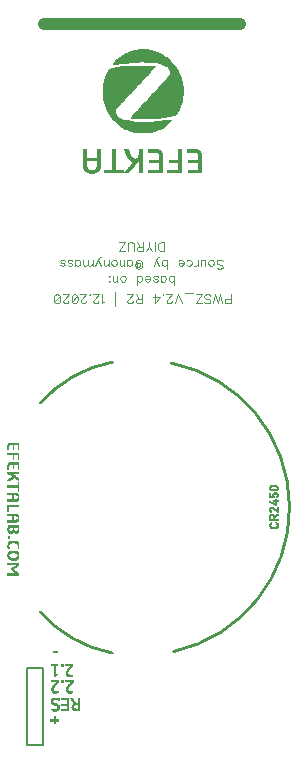
<source format=gbr>
G04 DipTrace 3.2.0.1*
G04 TopSilk.gbr*
%MOIN*%
G04 #@! TF.FileFunction,Legend,Top*
G04 #@! TF.Part,Single*
%ADD10C,0.009843*%
%ADD12C,0.003*%
%ADD13C,0.002625*%
%ADD14C,0.001969*%
%ADD20C,0.03937*%
%ADD21C,0.005906*%
%ADD74C,0.004632*%
%FSLAX26Y26*%
G04*
G70*
G90*
G75*
G01*
G04 TopSilk*
%LPD*%
X-97290Y736013D2*
D10*
G03X-337036Y599398I80788J-420449D01*
G01*
X106936Y-228967D2*
G03X98713Y732917I-104876J480080D01*
G01*
X-97290Y-234045D2*
G02X-337036Y-97429I80788J420449D01*
G01*
X-382311Y-283211D2*
D21*
X-326869D1*
Y-540150D1*
X-382311D1*
Y-283211D1*
X-325181Y1863640D2*
D20*
X328165Y1862782D1*
X429916Y325093D2*
D14*
X449601D1*
X428633Y324109D2*
X451036D1*
X427645Y323125D2*
X452264D1*
X426902Y322140D2*
X453228D1*
X426301Y321156D2*
X432119D1*
X448382D2*
X453984D1*
X425799Y320172D2*
X430724D1*
X449777D2*
X454261D1*
X425418Y319188D2*
X429651D1*
X450850D2*
X454411D1*
X425190Y318203D2*
X429278D1*
X451219D2*
X454479D1*
X425081Y317219D2*
X429082D1*
X451385D2*
X454506D1*
X425065Y316235D2*
X429031D1*
X451349D2*
X454517D1*
X425174Y315251D2*
X429159D1*
X451149D2*
X454517D1*
X425441Y314266D2*
X429541D1*
X450908D2*
X454479D1*
X425854Y313282D2*
X430166D1*
X450726D2*
X454316D1*
X426428Y312298D2*
X453913D1*
X427209Y311314D2*
X453223D1*
X428226Y310329D2*
X452248D1*
X429493Y309345D2*
X450999D1*
X430900Y308361D2*
X449601D1*
X441727Y301471D2*
X448617D1*
X424995Y300487D2*
X428932D1*
X439838D2*
X450472D1*
X424995Y299503D2*
X428932D1*
X438323D2*
X451892D1*
X424995Y298518D2*
X428932D1*
X437182D2*
X452888D1*
X424995Y297534D2*
X428932D1*
X436345D2*
X453583D1*
X424995Y296550D2*
X428932D1*
X435726D2*
X439952D1*
X449560D2*
X454047D1*
X424995Y295566D2*
X428932D1*
X435293D2*
X439376D1*
X450379D2*
X454308D1*
X424995Y294581D2*
X428932D1*
X435049D2*
X439047D1*
X450960D2*
X454433D1*
X424995Y293597D2*
X428932D1*
X434962D2*
X438891D1*
X451348D2*
X454488D1*
X424995Y292613D2*
X428932D1*
X435035D2*
X438860D1*
X451315D2*
X454506D1*
X424995Y291629D2*
X428932D1*
X435258D2*
X438993D1*
X451132D2*
X454479D1*
X424995Y290644D2*
X428932D1*
X435543D2*
X439343D1*
X450900D2*
X454353D1*
X424995Y289660D2*
X428932D1*
X435822D2*
X439828D1*
X450723D2*
X454076D1*
X424995Y288676D2*
X440251D1*
X447633D2*
X453622D1*
X424995Y287692D2*
X440514D1*
X447633D2*
X452887D1*
X424995Y286707D2*
X440654D1*
X447633D2*
X451748D1*
X424995Y285723D2*
X440743D1*
X447633D2*
X450260D1*
X447633Y284739D2*
X448617D1*
X446648Y278833D2*
X449601D1*
X446648Y277849D2*
X449601D1*
X437790Y276865D2*
X454522D1*
X437790Y275881D2*
X454522D1*
X437790Y274896D2*
X454522D1*
X437790Y273912D2*
X454522D1*
X424995Y272928D2*
X426963D1*
X437790D2*
X454522D1*
X425077Y271944D2*
X429268D1*
X446648D2*
X449601D1*
X425264Y270959D2*
X431530D1*
X446648D2*
X449601D1*
X426171Y269975D2*
X433685D1*
X446648D2*
X449601D1*
X427501Y268991D2*
X435750D1*
X446648D2*
X449601D1*
X429159Y268007D2*
X437769D1*
X446641D2*
X449601D1*
X431025Y267022D2*
X439831D1*
X446566D2*
X449601D1*
X433064Y266038D2*
X442110D1*
X446387D2*
X449601D1*
X435248Y265054D2*
X444754D1*
X445620D2*
X449601D1*
X437462Y264070D2*
X449601D1*
X439599Y263085D2*
X449601D1*
X441658Y262101D2*
X449601D1*
X443670Y261117D2*
X449601D1*
X445664Y260133D2*
X449601D1*
X429916Y253243D2*
X435822D1*
X451570D2*
X454522D1*
X428519Y252259D2*
X437412D1*
X451570D2*
X454522D1*
X427413Y251274D2*
X438927D1*
X451570D2*
X454522D1*
X426650Y250290D2*
X440344D1*
X451570D2*
X454522D1*
X426129Y249306D2*
X430942D1*
X433618D2*
X441689D1*
X451570D2*
X454522D1*
X425707Y248322D2*
X430122D1*
X435998D2*
X443030D1*
X451570D2*
X454522D1*
X425376Y247337D2*
X429537D1*
X437900D2*
X444353D1*
X451570D2*
X454522D1*
X425177Y246353D2*
X429205D1*
X439411D2*
X445659D1*
X451566D2*
X454522D1*
X425109Y245369D2*
X429052D1*
X440750D2*
X447016D1*
X451528D2*
X454522D1*
X425188Y244385D2*
X429056D1*
X442071D2*
X448452D1*
X451376D2*
X454522D1*
X425409Y243400D2*
X429194D1*
X443380D2*
X449978D1*
X451040D2*
X454522D1*
X425693Y242416D2*
X429871D1*
X444676D2*
X454522D1*
X426030Y241432D2*
X430630D1*
X445996D2*
X454522D1*
X426557Y240448D2*
X431230D1*
X447313D2*
X454522D1*
X427402Y239463D2*
X431586D1*
X448640D2*
X454522D1*
X428572Y238479D2*
X431770D1*
X450064D2*
X454522D1*
X429916Y237495D2*
X431885D1*
X451570D2*
X454522D1*
X453538Y230605D2*
X454522D1*
X429916Y229621D2*
X437790D1*
X451607D2*
X454518D1*
X428633Y228636D2*
X438782D1*
X449757D2*
X454476D1*
X427645Y227652D2*
X439841D1*
X447950D2*
X454372D1*
X426902Y226668D2*
X441130D1*
X445932D2*
X453874D1*
X426301Y225684D2*
X432119D1*
X435587D2*
X442787D1*
X443477D2*
X452700D1*
X425799Y224699D2*
X430724D1*
X436982D2*
X451193D1*
X425418Y223715D2*
X429651D1*
X438055D2*
X449447D1*
X425190Y222731D2*
X429278D1*
X438428D2*
X447581D1*
X425077Y221747D2*
X429078D1*
X438628D2*
X445727D1*
X425027Y220762D2*
X428989D1*
X438717D2*
X444100D1*
X425007Y219778D2*
X428953D1*
X438753D2*
X442752D1*
X424999Y218794D2*
X428939D1*
X438767D2*
X442227D1*
X424996Y217810D2*
X428934D1*
X438772D2*
X441941D1*
X424995Y216825D2*
X428933D1*
X438773D2*
X441811D1*
X424995Y215841D2*
X428932D1*
X438774D2*
X441758D1*
X424995Y214857D2*
X428932D1*
X438774D2*
X441738D1*
X424995Y213873D2*
X428932D1*
X438774D2*
X441731D1*
X424995Y212888D2*
X454522D1*
X424995Y211904D2*
X454522D1*
X424995Y210920D2*
X454522D1*
X424995Y209936D2*
X454522D1*
X446648Y203046D2*
X447633D1*
X430900Y202062D2*
X432869D1*
X446656D2*
X449370D1*
X429499Y201077D2*
X432824D1*
X446729D2*
X450804D1*
X428362Y200093D2*
X432719D1*
X446902D2*
X451878D1*
X427505Y199109D2*
X432160D1*
X447625D2*
X452731D1*
X426839Y198125D2*
X431385D1*
X448547D2*
X453449D1*
X426275Y197140D2*
X430579D1*
X449509D2*
X453970D1*
X425789Y196156D2*
X429907D1*
X450353D2*
X454271D1*
X425414Y195172D2*
X429430D1*
X450952D2*
X454418D1*
X425189Y194188D2*
X429158D1*
X451291D2*
X454482D1*
X425080Y193203D2*
X429029D1*
X451451D2*
X454507D1*
X425065Y192219D2*
X429010D1*
X451483D2*
X454517D1*
X425174Y191235D2*
X429151D1*
X451347D2*
X454517D1*
X425437Y190251D2*
X429542D1*
X450958D2*
X454479D1*
X425816Y189266D2*
X430191D1*
X450310D2*
X454320D1*
X426261Y188282D2*
X431013D1*
X449488D2*
X453951D1*
X426772Y187298D2*
X431925D1*
X448576D2*
X453390D1*
X427423Y186314D2*
X452669D1*
X428347Y185329D2*
X451696D1*
X429615Y184345D2*
X450352D1*
X431177Y183361D2*
X448616D1*
X432869Y182377D2*
X446648D1*
X-291761Y-444948D2*
D13*
X-287824D1*
X-291761Y-446260D2*
X-287824D1*
X-291761Y-447572D2*
X-287824D1*
X-291761Y-448885D2*
X-287824D1*
X-291761Y-450197D2*
X-287824D1*
X-291761Y-451509D2*
X-287824D1*
X-291761Y-452822D2*
X-287824D1*
X-291761Y-454134D2*
X-287824D1*
X-303572Y-455446D2*
X-277325D1*
X-303572Y-456759D2*
X-277325D1*
X-303572Y-458071D2*
X-277325D1*
X-291761Y-459383D2*
X-287824D1*
X-291761Y-460696D2*
X-287824D1*
X-291761Y-462008D2*
X-287824D1*
X-291761Y-463320D2*
X-287824D1*
X-291761Y-464633D2*
X-287824D1*
X-291761Y-465945D2*
X-287824D1*
X-291761Y-467257D2*
X-287824D1*
X-294802Y-228735D2*
X-280366D1*
X-294802Y-230047D2*
X-280366D1*
X-294802Y-231360D2*
X-280366D1*
X-292549Y-382268D2*
X-282050D1*
X-295072Y-383580D2*
X-278887D1*
X-268927D2*
X-243992D1*
X-238743D2*
X-232181D1*
X-212496D2*
X-208559D1*
X-297133Y-384892D2*
X-276225D1*
X-268927D2*
X-243992D1*
X-237633D2*
X-231480D1*
X-212496D2*
X-208559D1*
X-298776Y-386205D2*
X-275000D1*
X-268927D2*
X-243992D1*
X-236646D2*
X-230590D1*
X-212496D2*
X-208559D1*
X-300039Y-387517D2*
X-292286D1*
X-282050D2*
X-274558D1*
X-268927D2*
X-243992D1*
X-235674D2*
X-229636D1*
X-212496D2*
X-208559D1*
X-301028Y-388829D2*
X-294314D1*
X-279425D2*
X-274322D1*
X-247929D2*
X-243992D1*
X-234596D2*
X-228723D1*
X-212496D2*
X-208559D1*
X-301441Y-390142D2*
X-295847D1*
X-276801D2*
X-274176D1*
X-247929D2*
X-243992D1*
X-233452D2*
X-227781D1*
X-212496D2*
X-208559D1*
X-301801Y-391454D2*
X-297012D1*
X-247929D2*
X-243992D1*
X-232363D2*
X-226716D1*
X-212496D2*
X-208559D1*
X-302159Y-392766D2*
X-297413D1*
X-247929D2*
X-243992D1*
X-231388D2*
X-225576D1*
X-212496D2*
X-208559D1*
X-302364Y-394079D2*
X-297581D1*
X-247929D2*
X-243992D1*
X-230426D2*
X-224488D1*
X-212496D2*
X-208559D1*
X-302288Y-395391D2*
X-297580D1*
X-247929D2*
X-243992D1*
X-229392D2*
X-223488D1*
X-212496D2*
X-208559D1*
X-302032Y-396703D2*
X-297060D1*
X-247929D2*
X-243992D1*
X-228375D2*
X-222271D1*
X-212496D2*
X-208559D1*
X-301688Y-398016D2*
X-295564D1*
X-247929D2*
X-243992D1*
X-227494D2*
X-220178D1*
X-212496D2*
X-208559D1*
X-301219Y-399328D2*
X-293204D1*
X-247929D2*
X-243992D1*
X-226735D2*
X-216752D1*
X-212496D2*
X-208559D1*
X-300561Y-400640D2*
X-289980D1*
X-247929D2*
X-243992D1*
X-226466D2*
X-208559D1*
X-299719Y-401953D2*
X-286439D1*
X-247929D2*
X-243992D1*
X-227017D2*
X-208559D1*
X-297762Y-403265D2*
X-283223D1*
X-267614D2*
X-243992D1*
X-228220D2*
X-208559D1*
X-295001Y-404577D2*
X-280650D1*
X-267614D2*
X-243992D1*
X-229467D2*
X-208559D1*
X-291527Y-405890D2*
X-278705D1*
X-267614D2*
X-243992D1*
X-230577D2*
X-224302D1*
X-212496D2*
X-208559D1*
X-287901Y-407202D2*
X-277292D1*
X-267614D2*
X-243992D1*
X-231414D2*
X-225563D1*
X-212496D2*
X-208559D1*
X-284798Y-408514D2*
X-276221D1*
X-247929D2*
X-243992D1*
X-232030D2*
X-226657D1*
X-212496D2*
X-208559D1*
X-282561Y-409827D2*
X-275843D1*
X-247929D2*
X-243992D1*
X-232562D2*
X-227436D1*
X-212496D2*
X-208559D1*
X-280902Y-411139D2*
X-275639D1*
X-247929D2*
X-243992D1*
X-232992D2*
X-227879D1*
X-212496D2*
X-208559D1*
X-280190Y-412451D2*
X-275547D1*
X-247929D2*
X-243992D1*
X-233253D2*
X-228088D1*
X-212496D2*
X-208559D1*
X-279703Y-413764D2*
X-275510D1*
X-247929D2*
X-243992D1*
X-233342D2*
X-228125D1*
X-212496D2*
X-208559D1*
X-279698Y-415076D2*
X-275501D1*
X-247929D2*
X-243992D1*
X-233230D2*
X-228033D1*
X-212496D2*
X-208559D1*
X-280162Y-416388D2*
X-275547D1*
X-247929D2*
X-243992D1*
X-232890D2*
X-227213D1*
X-212496D2*
X-208559D1*
X-281325Y-417701D2*
X-275764D1*
X-247929D2*
X-243992D1*
X-232344D2*
X-223825D1*
X-212496D2*
X-208559D1*
X-300423Y-419013D2*
X-297798D1*
X-284457D2*
X-276296D1*
X-247929D2*
X-243992D1*
X-231581D2*
X-218217D1*
X-212496D2*
X-208559D1*
X-300357Y-420325D2*
X-290170D1*
X-289275D2*
X-277176D1*
X-268927D2*
X-243992D1*
X-230541D2*
X-208559D1*
X-300202Y-421638D2*
X-278374D1*
X-268927D2*
X-243992D1*
X-229185D2*
X-208559D1*
X-299391Y-422950D2*
X-279999D1*
X-268927D2*
X-243992D1*
X-227496D2*
X-208559D1*
X-297439Y-424262D2*
X-282171D1*
X-268927D2*
X-243992D1*
X-225619D2*
X-208559D1*
X-295173Y-425575D2*
X-284675D1*
X-440385Y467293D2*
X-410201D1*
X-442248Y465980D2*
X-410201D1*
X-443722Y464668D2*
X-410201D1*
X-444739Y463356D2*
X-410201D1*
X-445433Y462043D2*
X-410201D1*
X-445996Y460731D2*
X-441489D1*
X-429886D2*
X-427261D1*
X-412825D2*
X-410201D1*
X-446438Y459419D2*
X-442425D1*
X-429886D2*
X-427261D1*
X-412825D2*
X-410201D1*
X-446708Y458106D2*
X-443179D1*
X-429886D2*
X-427261D1*
X-412825D2*
X-410201D1*
X-446845Y456794D2*
X-443728D1*
X-429886D2*
X-427261D1*
X-412825D2*
X-410201D1*
X-446907Y455482D2*
X-444049D1*
X-429886D2*
X-427261D1*
X-412825D2*
X-410201D1*
X-446931Y454169D2*
X-444208D1*
X-429886D2*
X-427261D1*
X-412825D2*
X-410201D1*
X-446941Y452857D2*
X-444277D1*
X-429886D2*
X-427261D1*
X-412825D2*
X-410201D1*
X-446944Y451545D2*
X-444305D1*
X-429886D2*
X-427261D1*
X-412825D2*
X-410201D1*
X-446946Y450232D2*
X-444316D1*
X-429886D2*
X-427261D1*
X-412825D2*
X-410201D1*
X-446946Y448920D2*
X-444320D1*
X-429886D2*
X-427261D1*
X-412825D2*
X-410201D1*
X-446946Y447608D2*
X-444321D1*
X-429886D2*
X-427261D1*
X-412825D2*
X-410201D1*
X-446946Y446295D2*
X-444321D1*
X-412825D2*
X-410201D1*
X-446946Y444983D2*
X-444322D1*
X-412825D2*
X-410201D1*
X-446946Y433172D2*
X-410201D1*
X-446946Y431860D2*
X-410201D1*
X-446946Y430547D2*
X-410201D1*
X-446946Y429235D2*
X-410201D1*
X-429886Y427923D2*
X-427261D1*
X-412825D2*
X-410201D1*
X-429886Y426610D2*
X-427261D1*
X-412825D2*
X-410201D1*
X-429886Y425298D2*
X-427261D1*
X-412825D2*
X-410201D1*
X-429886Y423986D2*
X-427261D1*
X-412825D2*
X-410201D1*
X-429886Y422673D2*
X-427261D1*
X-412825D2*
X-410201D1*
X-429886Y421361D2*
X-427261D1*
X-412825D2*
X-410201D1*
X-429886Y420049D2*
X-427261D1*
X-412825D2*
X-410201D1*
X-429886Y418736D2*
X-427261D1*
X-412825D2*
X-410201D1*
X-429886Y417424D2*
X-427261D1*
X-412825D2*
X-410201D1*
X-429886Y416112D2*
X-427261D1*
X-412825D2*
X-410201D1*
X-429886Y414799D2*
X-427261D1*
X-412825D2*
X-410201D1*
X-429886Y413487D2*
X-427261D1*
X-412825D2*
X-410201D1*
X-412825Y412175D2*
X-410201D1*
X-440385Y402988D2*
X-410201D1*
X-442248Y401676D2*
X-410201D1*
X-443722Y400364D2*
X-410201D1*
X-444739Y399051D2*
X-410201D1*
X-445433Y397739D2*
X-410201D1*
X-445996Y396427D2*
X-441489D1*
X-429886D2*
X-427261D1*
X-412825D2*
X-410201D1*
X-446438Y395114D2*
X-442425D1*
X-429886D2*
X-427261D1*
X-412825D2*
X-410201D1*
X-446708Y393802D2*
X-443179D1*
X-429886D2*
X-427261D1*
X-412825D2*
X-410201D1*
X-446845Y392490D2*
X-443728D1*
X-429886D2*
X-427261D1*
X-412825D2*
X-410201D1*
X-446907Y391177D2*
X-444049D1*
X-429886D2*
X-427261D1*
X-412825D2*
X-410201D1*
X-446931Y389865D2*
X-444208D1*
X-429886D2*
X-427261D1*
X-412825D2*
X-410201D1*
X-446941Y388552D2*
X-444277D1*
X-429886D2*
X-427261D1*
X-412825D2*
X-410201D1*
X-446944Y387240D2*
X-444305D1*
X-429886D2*
X-427261D1*
X-412825D2*
X-410201D1*
X-446946Y385928D2*
X-444316D1*
X-429886D2*
X-427261D1*
X-412825D2*
X-410201D1*
X-446946Y384615D2*
X-444320D1*
X-429886D2*
X-427261D1*
X-412825D2*
X-410201D1*
X-446946Y383303D2*
X-444321D1*
X-429886D2*
X-427261D1*
X-412825D2*
X-410201D1*
X-446946Y381991D2*
X-444321D1*
X-412825D2*
X-410201D1*
X-446946Y380678D2*
X-444322D1*
X-412825D2*
X-410201D1*
X-446946Y368867D2*
X-410201D1*
X-446946Y367555D2*
X-410201D1*
X-446946Y366243D2*
X-410201D1*
X-446946Y364930D2*
X-410201D1*
X-440788Y363618D2*
X-430144D1*
X-436460Y362306D2*
X-428064D1*
X-433619Y360993D2*
X-426312D1*
X-431604Y359681D2*
X-424781D1*
X-429886Y358369D2*
X-423331D1*
X-430750Y357056D2*
X-421815D1*
X-431676Y355744D2*
X-420174D1*
X-432791Y354432D2*
X-418520D1*
X-434199Y353119D2*
X-427216D1*
X-423324D2*
X-416977D1*
X-436032Y351807D2*
X-428407D1*
X-422012D2*
X-415543D1*
X-438347Y350495D2*
X-429577D1*
X-420694D2*
X-414180D1*
X-440960Y349182D2*
X-430918D1*
X-419336D2*
X-412896D1*
X-443388Y347870D2*
X-432557D1*
X-417856D2*
X-411793D1*
X-445416Y346558D2*
X-434509D1*
X-416229D2*
X-411010D1*
X-446334Y345245D2*
X-436756D1*
X-414577D2*
X-410565D1*
X-446662Y343933D2*
X-439199D1*
X-413016D2*
X-410340D1*
X-446838Y342621D2*
X-441743D1*
X-411513D2*
X-410201D1*
X-446946Y341308D2*
X-444322D1*
X-412825Y337371D2*
X-410201D1*
X-412825Y336059D2*
X-410201D1*
X-412825Y334747D2*
X-410201D1*
X-412825Y333434D2*
X-410201D1*
X-412825Y332122D2*
X-410201D1*
X-412825Y330810D2*
X-410201D1*
X-412825Y329497D2*
X-410201D1*
X-412825Y328185D2*
X-410201D1*
X-412825Y326873D2*
X-410201D1*
X-446946Y325560D2*
X-410201D1*
X-446946Y324248D2*
X-410201D1*
X-446946Y322936D2*
X-410201D1*
X-446946Y321623D2*
X-410201D1*
X-446946Y320311D2*
X-410201D1*
X-412825Y318999D2*
X-410201D1*
X-412825Y317686D2*
X-410201D1*
X-412825Y316374D2*
X-410201D1*
X-412825Y315062D2*
X-410201D1*
X-412825Y313749D2*
X-410201D1*
X-412825Y312437D2*
X-410201D1*
X-412825Y311125D2*
X-410201D1*
X-412825Y309812D2*
X-410201D1*
X-412825Y308500D2*
X-410201D1*
X-412825Y307188D2*
X-410201D1*
X-446946Y300626D2*
X-416762D1*
X-446946Y299314D2*
X-414894D1*
X-446946Y298001D2*
X-413378D1*
X-446946Y296689D2*
X-412241D1*
X-432510Y295377D2*
X-428316D1*
X-419908D2*
X-411399D1*
X-432510Y294064D2*
X-429083D1*
X-417112D2*
X-410814D1*
X-432510Y292752D2*
X-429523D1*
X-414866D2*
X-410480D1*
X-432510Y291440D2*
X-429736D1*
X-413712D2*
X-410317D1*
X-432510Y290127D2*
X-429828D1*
X-413251D2*
X-410246D1*
X-432510Y288815D2*
X-429865D1*
X-413005D2*
X-410217D1*
X-432510Y287503D2*
X-429878D1*
X-412900D2*
X-410207D1*
X-432510Y286190D2*
X-429883D1*
X-412902D2*
X-410203D1*
X-432510Y284878D2*
X-429885D1*
X-413058D2*
X-410201D1*
X-432510Y283566D2*
X-429886D1*
X-413469D2*
X-410206D1*
X-432510Y282253D2*
X-429886D1*
X-414113D2*
X-410252D1*
X-432510Y280941D2*
X-429886D1*
X-417205D2*
X-410424D1*
X-432510Y279629D2*
X-429886D1*
X-422735D2*
X-410795D1*
X-446946Y278316D2*
X-411401D1*
X-446946Y277004D2*
X-412381D1*
X-446946Y275692D2*
X-413899D1*
X-446946Y274379D2*
X-415884D1*
X-446946Y273067D2*
X-418075D1*
X-446946Y259944D2*
X-410201D1*
X-446946Y258631D2*
X-410201D1*
X-446946Y257319D2*
X-410201D1*
X-446946Y256007D2*
X-410201D1*
X-446946Y254694D2*
X-444322D1*
X-446946Y253382D2*
X-444322D1*
X-446946Y252070D2*
X-444322D1*
X-446946Y250757D2*
X-444322D1*
X-446946Y249445D2*
X-444322D1*
X-446946Y248133D2*
X-444322D1*
X-446946Y246820D2*
X-444322D1*
X-446946Y245508D2*
X-444322D1*
X-446946Y244196D2*
X-444322D1*
X-446946Y242883D2*
X-444322D1*
X-446946Y241571D2*
X-444322D1*
X-446946Y240259D2*
X-444322D1*
X-446946Y238946D2*
X-444322D1*
X-446946Y231072D2*
X-416762D1*
X-446946Y229760D2*
X-414894D1*
X-446946Y228448D2*
X-413378D1*
X-446946Y227135D2*
X-412241D1*
X-432510Y225823D2*
X-428316D1*
X-419908D2*
X-411399D1*
X-432510Y224510D2*
X-429083D1*
X-417112D2*
X-410814D1*
X-432510Y223198D2*
X-429523D1*
X-414866D2*
X-410480D1*
X-432510Y221886D2*
X-429736D1*
X-413712D2*
X-410317D1*
X-432510Y220573D2*
X-429828D1*
X-413251D2*
X-410246D1*
X-432510Y219261D2*
X-429865D1*
X-413005D2*
X-410217D1*
X-432510Y217949D2*
X-429878D1*
X-412900D2*
X-410207D1*
X-432510Y216636D2*
X-429883D1*
X-412902D2*
X-410203D1*
X-432510Y215324D2*
X-429885D1*
X-413058D2*
X-410201D1*
X-432510Y214012D2*
X-429886D1*
X-413469D2*
X-410206D1*
X-432510Y212699D2*
X-429886D1*
X-414113D2*
X-410252D1*
X-432510Y211387D2*
X-429886D1*
X-417205D2*
X-410424D1*
X-432510Y210075D2*
X-429886D1*
X-422735D2*
X-410795D1*
X-446946Y208762D2*
X-411401D1*
X-446946Y207450D2*
X-412381D1*
X-446946Y206138D2*
X-413899D1*
X-446946Y204825D2*
X-415884D1*
X-446946Y203513D2*
X-418075D1*
X-444322Y191702D2*
X-410201D1*
X-444927Y190390D2*
X-410201D1*
X-445309Y189077D2*
X-410201D1*
X-445546Y187765D2*
X-410201D1*
X-445798Y186453D2*
X-410201D1*
X-446147Y185140D2*
X-443059D1*
X-429886D2*
X-427261D1*
X-412825D2*
X-410201D1*
X-446496Y183828D2*
X-443227D1*
X-429886D2*
X-427261D1*
X-412825D2*
X-410201D1*
X-446730Y182516D2*
X-443542D1*
X-429886D2*
X-427256D1*
X-412825D2*
X-410201D1*
X-446853Y181203D2*
X-443873D1*
X-429886D2*
X-427210D1*
X-412825D2*
X-410201D1*
X-446909Y179891D2*
X-444056D1*
X-429886D2*
X-427043D1*
X-412825D2*
X-410201D1*
X-446927Y178579D2*
X-444011D1*
X-429891D2*
X-426723D1*
X-412831D2*
X-410201D1*
X-446890Y177266D2*
X-443747D1*
X-429942D2*
X-426330D1*
X-412887D2*
X-410201D1*
X-446726Y175954D2*
X-443351D1*
X-430065D2*
X-425816D1*
X-413025D2*
X-410206D1*
X-446408Y174642D2*
X-442878D1*
X-430693D2*
X-425090D1*
X-413751D2*
X-410252D1*
X-446025Y173329D2*
X-441346D1*
X-433026D2*
X-422807D1*
X-415997D2*
X-410424D1*
X-445624Y172017D2*
X-437311D1*
X-436868D2*
X-419455D1*
X-419331D2*
X-410790D1*
X-445132Y170705D2*
X-411345D1*
X-444472Y169392D2*
X-428573D1*
X-425949D2*
X-412103D1*
X-443488Y168080D2*
X-429886D1*
X-424636D2*
X-413071D1*
X-442062Y166768D2*
X-431198D1*
X-423324D2*
X-414138D1*
X-440385Y165455D2*
X-432510D1*
X-445634Y156269D2*
X-443009D1*
X-446033Y154957D2*
X-442409D1*
X-446362Y153644D2*
X-442082D1*
X-446205Y152332D2*
X-441967D1*
X-445930Y151020D2*
X-442423D1*
X-445634Y149707D2*
X-443009D1*
X-436448Y140521D2*
X-419387D1*
X-438966Y139209D2*
X-417026D1*
X-440986Y137896D2*
X-414997D1*
X-442508Y136584D2*
X-413458D1*
X-443624Y135272D2*
X-430369D1*
X-425465D2*
X-412420D1*
X-444455Y133959D2*
X-435072D1*
X-420763D2*
X-411717D1*
X-445077Y132647D2*
X-438431D1*
X-417404D2*
X-411152D1*
X-445575Y131335D2*
X-440939D1*
X-414895D2*
X-410709D1*
X-446051Y130022D2*
X-442010D1*
X-413716D2*
X-410439D1*
X-446458Y128710D2*
X-442762D1*
X-413251D2*
X-410302D1*
X-446716Y127398D2*
X-443353D1*
X-413004D2*
X-410240D1*
X-446848Y126085D2*
X-443802D1*
X-412895D2*
X-410215D1*
X-446907Y124773D2*
X-444030D1*
X-412851D2*
X-410206D1*
X-446927Y123461D2*
X-444002D1*
X-412834D2*
X-410203D1*
X-446890Y122148D2*
X-443749D1*
X-412828D2*
X-410201D1*
X-446726Y120836D2*
X-443437D1*
X-412826D2*
X-410201D1*
X-446413Y119524D2*
X-443218D1*
X-412826D2*
X-410201D1*
X-446073Y118211D2*
X-443100D1*
X-412826D2*
X-410201D1*
X-445825Y116899D2*
X-443043D1*
X-412825D2*
X-410201D1*
X-445634Y115587D2*
X-443009D1*
X-412825D2*
X-410201D1*
X-436448Y107713D2*
X-419387D1*
X-438966Y106400D2*
X-417026D1*
X-440986Y105088D2*
X-414992D1*
X-442508Y103776D2*
X-413412D1*
X-443624Y102463D2*
X-430369D1*
X-425465D2*
X-412252D1*
X-444455Y101151D2*
X-435072D1*
X-420763D2*
X-411403D1*
X-445077Y99839D2*
X-438431D1*
X-417404D2*
X-410816D1*
X-445575Y98526D2*
X-440939D1*
X-414895D2*
X-410480D1*
X-446051Y97214D2*
X-442010D1*
X-413716D2*
X-410317D1*
X-446458Y95902D2*
X-442762D1*
X-413251D2*
X-410246D1*
X-446716Y94589D2*
X-443348D1*
X-413004D2*
X-410217D1*
X-446843Y93277D2*
X-443755D1*
X-412895D2*
X-410207D1*
X-446856Y91965D2*
X-443975D1*
X-412856D2*
X-410203D1*
X-446713Y90652D2*
X-443665D1*
X-412891D2*
X-410201D1*
X-446408Y89340D2*
X-443191D1*
X-413103D2*
X-410206D1*
X-446070Y88028D2*
X-442560D1*
X-413510D2*
X-410252D1*
X-445791Y86715D2*
X-441790D1*
X-414683D2*
X-410424D1*
X-445451Y85403D2*
X-440160D1*
X-416274D2*
X-410790D1*
X-444863Y84091D2*
X-435477D1*
X-421388D2*
X-411345D1*
X-443965Y82778D2*
X-428245D1*
X-429339D2*
X-412112D1*
X-442797Y81466D2*
X-413164D1*
X-441256Y80154D2*
X-414636D1*
X-439045Y78841D2*
X-416813D1*
X-436010Y77529D2*
X-419833D1*
X-432510Y76217D2*
X-423324D1*
X-446946Y65718D2*
X-410201D1*
X-446946Y64406D2*
X-410206D1*
X-446946Y63093D2*
X-410257D1*
X-446946Y61781D2*
X-410481D1*
X-418283Y60469D2*
X-410906D1*
X-419967Y59156D2*
X-412063D1*
X-421791Y57844D2*
X-413550D1*
X-423694Y56531D2*
X-415286D1*
X-425637Y55219D2*
X-417153D1*
X-427594Y53907D2*
X-419083D1*
X-429550Y52594D2*
X-421035D1*
X-431419Y51282D2*
X-422994D1*
X-432997Y49970D2*
X-424914D1*
X-434251Y48657D2*
X-426714D1*
X-434765Y47345D2*
X-428343D1*
X-434808Y46033D2*
X-429886D1*
X-434248Y44720D2*
X-427760D1*
X-432902Y43408D2*
X-425699D1*
X-431271Y42096D2*
X-423684D1*
X-429458Y40783D2*
X-421697D1*
X-427552Y39471D2*
X-419719D1*
X-425608Y38159D2*
X-417749D1*
X-423652Y36846D2*
X-415788D1*
X-421734Y35534D2*
X-413918D1*
X-419934Y34222D2*
X-412339D1*
X-418305Y32909D2*
X-411085D1*
X-446946Y31597D2*
X-410629D1*
X-446946Y30285D2*
X-410382D1*
X-446946Y28972D2*
X-410272D1*
X-446946Y27660D2*
X-410225D1*
X-446946Y26348D2*
X-410201D1*
X-195857Y1444867D2*
D12*
X-185357D1*
X-147857D2*
X-137357D1*
X-98357D2*
X-87857D1*
X-57857D2*
X-45857D1*
X-9857D2*
X643D1*
X21643D2*
X53143D1*
X120643D2*
X131143D1*
X152143D2*
X183643D1*
X-195857Y1443367D2*
X-185357D1*
X-147857D2*
X-137357D1*
X-98357D2*
X-87857D1*
X-57338D2*
X-45287D1*
X-9857D2*
X643D1*
X21643D2*
X56946D1*
X120643D2*
X131143D1*
X152143D2*
X187446D1*
X-195857Y1441867D2*
X-185357D1*
X-147857D2*
X-137357D1*
X-98357D2*
X-87857D1*
X-56839D2*
X-44642D1*
X-9857D2*
X643D1*
X21643D2*
X60058D1*
X120643D2*
X131143D1*
X152143D2*
X190558D1*
X-195857Y1440367D2*
X-185357D1*
X-147857D2*
X-137357D1*
X-98357D2*
X-87857D1*
X-56358D2*
X-43946D1*
X-9857D2*
X643D1*
X21643D2*
X62403D1*
X120643D2*
X131143D1*
X152143D2*
X192903D1*
X-195857Y1438867D2*
X-185357D1*
X-147857D2*
X-137357D1*
X-98357D2*
X-87857D1*
X-55799D2*
X-43223D1*
X-9857D2*
X643D1*
X21643D2*
X64044D1*
X120643D2*
X131143D1*
X152143D2*
X194544D1*
X-195857Y1437367D2*
X-185357D1*
X-147857D2*
X-137357D1*
X-98357D2*
X-87857D1*
X-55151D2*
X-42530D1*
X-9857D2*
X643D1*
X21643D2*
X65219D1*
X120643D2*
X131143D1*
X152143D2*
X195719D1*
X-195857Y1435867D2*
X-185357D1*
X-147857D2*
X-137357D1*
X-98357D2*
X-87857D1*
X-54450D2*
X-41927D1*
X-9857D2*
X643D1*
X51291D2*
X66148D1*
X120643D2*
X131143D1*
X181791D2*
X196648D1*
X-195857Y1434367D2*
X-185357D1*
X-147857D2*
X-137357D1*
X-98357D2*
X-87857D1*
X-53719D2*
X-41394D1*
X-9857D2*
X643D1*
X53470D2*
X66917D1*
X120643D2*
X131143D1*
X183970D2*
X197417D1*
X-195857Y1432867D2*
X-185357D1*
X-147857D2*
X-137357D1*
X-98357D2*
X-87857D1*
X-52978D2*
X-40813D1*
X-9857D2*
X643D1*
X55054D2*
X67498D1*
X120643D2*
X131143D1*
X185554D2*
X197998D1*
X-195857Y1431367D2*
X-185357D1*
X-147857D2*
X-137357D1*
X-98357D2*
X-87857D1*
X-52236D2*
X-40156D1*
X-9857D2*
X643D1*
X56164D2*
X67845D1*
X120643D2*
X131143D1*
X186664D2*
X198345D1*
X-195857Y1429867D2*
X-185357D1*
X-147857D2*
X-137357D1*
X-98357D2*
X-87857D1*
X-51535D2*
X-39452D1*
X-9857D2*
X643D1*
X56898D2*
X68018D1*
X120643D2*
X131143D1*
X187398D2*
X198518D1*
X-195857Y1428367D2*
X-185357D1*
X-147857D2*
X-137357D1*
X-98357D2*
X-87857D1*
X-50928D2*
X-38720D1*
X-9863D2*
X643D1*
X57308D2*
X68094D1*
X120643D2*
X131143D1*
X187808D2*
X198594D1*
X-195857Y1426867D2*
X-185357D1*
X-147857D2*
X-137357D1*
X-98357D2*
X-87857D1*
X-50394D2*
X-37973D1*
X-9916D2*
X643D1*
X57505D2*
X68125D1*
X120643D2*
X131143D1*
X188005D2*
X198625D1*
X-195857Y1425367D2*
X-185357D1*
X-147857D2*
X-137357D1*
X-98357D2*
X-87857D1*
X-49813D2*
X-37177D1*
X-10113D2*
X643D1*
X57590D2*
X68137D1*
X120643D2*
X131143D1*
X188090D2*
X198637D1*
X-195857Y1423867D2*
X-185357D1*
X-147857D2*
X-137357D1*
X-98357D2*
X-87857D1*
X-49156D2*
X-36285D1*
X-10530D2*
X643D1*
X57623D2*
X68141D1*
X120643D2*
X131143D1*
X188123D2*
X198641D1*
X-195857Y1422367D2*
X-185357D1*
X-147857D2*
X-137357D1*
X-98357D2*
X-87857D1*
X-48446D2*
X-35313D1*
X-11165D2*
X643D1*
X57636D2*
X68142D1*
X120643D2*
X131143D1*
X188136D2*
X198642D1*
X-195857Y1420867D2*
X-185357D1*
X-147857D2*
X-137357D1*
X-98357D2*
X-87857D1*
X-47667D2*
X-34342D1*
X-12035D2*
X643D1*
X57641D2*
X68143D1*
X120643D2*
X131143D1*
X188141D2*
X198643D1*
X-195857Y1419367D2*
X-185357D1*
X-147857D2*
X-137357D1*
X-98357D2*
X-87857D1*
X-46781D2*
X-33296D1*
X-13168D2*
X643D1*
X57642D2*
X68143D1*
X120643D2*
X131143D1*
X188142D2*
X198643D1*
X-195857Y1417867D2*
X-185357D1*
X-147857D2*
X-137357D1*
X-98357D2*
X-87857D1*
X-45812D2*
X-32006D1*
X-14510D2*
X643D1*
X57643D2*
X68143D1*
X120643D2*
X131143D1*
X188143D2*
X198643D1*
X-195857Y1416367D2*
X-137357D1*
X-98357D2*
X-87857D1*
X-44842D2*
X-30179D1*
X-16159D2*
X643D1*
X57643D2*
X68143D1*
X120643D2*
X131143D1*
X188143D2*
X198643D1*
X-195857Y1414867D2*
X-137357D1*
X-98357D2*
X-87857D1*
X-43802D2*
X-27216D1*
X-18555D2*
X643D1*
X57643D2*
X68143D1*
X120643D2*
X131143D1*
X188143D2*
X198643D1*
X-195857Y1413367D2*
X-137357D1*
X-98357D2*
X-87857D1*
X-42594D2*
X-22734D1*
X-22094D2*
X643D1*
X57643D2*
X68143D1*
X120643D2*
X131143D1*
X188143D2*
X198643D1*
X-195857Y1411867D2*
X-137357D1*
X-98357D2*
X-87857D1*
X-41245D2*
X643D1*
X57643D2*
X68143D1*
X120643D2*
X131143D1*
X188143D2*
X198643D1*
X-195857Y1410367D2*
X-137357D1*
X-98357D2*
X-87857D1*
X-39807D2*
X643D1*
X57643D2*
X68143D1*
X90643D2*
X131143D1*
X188143D2*
X198643D1*
X-195857Y1408867D2*
X-137357D1*
X-98357D2*
X-87857D1*
X-38276D2*
X643D1*
X26143D2*
X68143D1*
X90643D2*
X131143D1*
X156643D2*
X198643D1*
X-195857Y1407367D2*
X-185357D1*
X-147857D2*
X-137357D1*
X-98357D2*
X-87857D1*
X-36549D2*
X-12800D1*
X-9857D2*
X643D1*
X26143D2*
X68143D1*
X90643D2*
X131143D1*
X156643D2*
X198643D1*
X-195857Y1405867D2*
X-185357D1*
X-147857D2*
X-137357D1*
X-98357D2*
X-87857D1*
X-34566D2*
X-14108D1*
X-9857D2*
X643D1*
X26143D2*
X68143D1*
X90643D2*
X131143D1*
X156643D2*
X198643D1*
X-195857Y1404367D2*
X-185357D1*
X-147857D2*
X-137357D1*
X-98357D2*
X-87857D1*
X-32632D2*
X-15248D1*
X-9857D2*
X643D1*
X26143D2*
X68143D1*
X90643D2*
X131143D1*
X156643D2*
X198643D1*
X-195857Y1402867D2*
X-185357D1*
X-147857D2*
X-137357D1*
X-98357D2*
X-87857D1*
X-31011D2*
X-16363D1*
X-9857D2*
X643D1*
X26143D2*
X68143D1*
X90643D2*
X131143D1*
X156643D2*
X198643D1*
X-195857Y1401367D2*
X-185357D1*
X-147857D2*
X-137357D1*
X-98357D2*
X-87857D1*
X-30357D2*
X-17602D1*
X-9857D2*
X643D1*
X26143D2*
X68143D1*
X120643D2*
X131143D1*
X156643D2*
X198643D1*
X-195857Y1399867D2*
X-185357D1*
X-147857D2*
X-137357D1*
X-98357D2*
X-87857D1*
X-31369D2*
X-18957D1*
X-9857D2*
X643D1*
X57643D2*
X68143D1*
X120643D2*
X131143D1*
X188143D2*
X198643D1*
X-195857Y1398367D2*
X-185357D1*
X-147857D2*
X-137357D1*
X-98357D2*
X-87857D1*
X-32578D2*
X-20340D1*
X-9857D2*
X643D1*
X57643D2*
X68143D1*
X120643D2*
X131143D1*
X188143D2*
X198643D1*
X-195857Y1396867D2*
X-185357D1*
X-147863D2*
X-137357D1*
X-98357D2*
X-87857D1*
X-33890D2*
X-21623D1*
X-9857D2*
X643D1*
X57643D2*
X68143D1*
X120643D2*
X131143D1*
X188143D2*
X198643D1*
X-195857Y1395367D2*
X-185351D1*
X-147916D2*
X-137357D1*
X-98357D2*
X-87857D1*
X-35142D2*
X-22754D1*
X-9857D2*
X643D1*
X57643D2*
X68143D1*
X120643D2*
X131143D1*
X188143D2*
X198643D1*
X-195857Y1393867D2*
X-185298D1*
X-148107D2*
X-137363D1*
X-98357D2*
X-87857D1*
X-36260D2*
X-23865D1*
X-9857D2*
X643D1*
X57643D2*
X68143D1*
X120643D2*
X131143D1*
X188143D2*
X198643D1*
X-195857Y1392367D2*
X-185107D1*
X-148466D2*
X-137416D1*
X-98357D2*
X-87857D1*
X-37368D2*
X-25102D1*
X-9857D2*
X643D1*
X57643D2*
X68143D1*
X120643D2*
X131143D1*
X188143D2*
X198643D1*
X-195851Y1390867D2*
X-184748D1*
X-148851D2*
X-137607D1*
X-98357D2*
X-87857D1*
X-38603D2*
X-26463D1*
X-9857D2*
X643D1*
X57643D2*
X68143D1*
X120643D2*
X131143D1*
X188143D2*
X198643D1*
X-195798Y1389367D2*
X-184357D1*
X-149118D2*
X-137966D1*
X-98357D2*
X-87857D1*
X-39963D2*
X-27893D1*
X-9857D2*
X643D1*
X57643D2*
X68143D1*
X120643D2*
X131143D1*
X188143D2*
X198643D1*
X-195607Y1387867D2*
X-184043D1*
X-149310D2*
X-138351D1*
X-98357D2*
X-87857D1*
X-41393D2*
X-29314D1*
X-9857D2*
X643D1*
X57643D2*
X68143D1*
X120643D2*
X131143D1*
X188143D2*
X198643D1*
X-195242Y1386367D2*
X-183707D1*
X-149571D2*
X-138618D1*
X-98357D2*
X-87857D1*
X-42814D2*
X-30613D1*
X-9857D2*
X643D1*
X57643D2*
X68143D1*
X120643D2*
X131143D1*
X188143D2*
X198643D1*
X-194805Y1384867D2*
X-183226D1*
X-150015D2*
X-138810D1*
X-98357D2*
X-87857D1*
X-44113D2*
X-31750D1*
X-9857D2*
X643D1*
X57643D2*
X68143D1*
X120643D2*
X131143D1*
X188143D2*
X198643D1*
X-194346Y1383367D2*
X-182565D1*
X-150659D2*
X-139071D1*
X-98357D2*
X-87857D1*
X-45250D2*
X-32864D1*
X-9857D2*
X643D1*
X57643D2*
X68143D1*
X120643D2*
X131143D1*
X188143D2*
X198643D1*
X-193795Y1381867D2*
X-181672D1*
X-151545D2*
X-139515D1*
X-98357D2*
X-87857D1*
X-46364D2*
X-34102D1*
X-9857D2*
X643D1*
X57643D2*
X68143D1*
X120643D2*
X131143D1*
X188143D2*
X198643D1*
X-193150Y1380367D2*
X-180372D1*
X-152843D2*
X-140153D1*
X-98357D2*
X-87857D1*
X-47602D2*
X-35457D1*
X-9857D2*
X643D1*
X57643D2*
X68143D1*
X120643D2*
X131143D1*
X188143D2*
X198643D1*
X-192444Y1378867D2*
X-178671D1*
X-154543D2*
X-140975D1*
X-98357D2*
X-87857D1*
X-48963D2*
X-36840D1*
X-9857D2*
X643D1*
X57643D2*
X68143D1*
X120643D2*
X131143D1*
X188143D2*
X198643D1*
X-191660Y1377367D2*
X-173757D1*
X-159457D2*
X-141924D1*
X-98357D2*
X-87857D1*
X-50393D2*
X-38123D1*
X-9857D2*
X643D1*
X57643D2*
X68143D1*
X120643D2*
X131143D1*
X188143D2*
X198643D1*
X-190717Y1375867D2*
X-166161D1*
X-167053D2*
X-142936D1*
X-123857D2*
X-62357D1*
X-51814D2*
X-39254D1*
X-9857D2*
X643D1*
X23143D2*
X68143D1*
X86143D2*
X131143D1*
X153643D2*
X198643D1*
X-189498Y1374367D2*
X-144169D1*
X-123857D2*
X-62357D1*
X-53113D2*
X-40365D1*
X-9857D2*
X643D1*
X23143D2*
X68143D1*
X86143D2*
X131143D1*
X153643D2*
X198643D1*
X-187913Y1372867D2*
X-145806D1*
X-123857D2*
X-62357D1*
X-54250D2*
X-41602D1*
X-9857D2*
X643D1*
X23143D2*
X68143D1*
X86143D2*
X131143D1*
X153643D2*
X198643D1*
X-185822Y1371367D2*
X-147903D1*
X-123857D2*
X-62357D1*
X-55360D2*
X-42963D1*
X-9857D2*
X643D1*
X23143D2*
X68143D1*
X86143D2*
X131143D1*
X153643D2*
X198643D1*
X-183129Y1369867D2*
X-150665D1*
X-123857D2*
X-62357D1*
X-56575D2*
X-44396D1*
X-9857D2*
X643D1*
X23143D2*
X68143D1*
X86143D2*
X131143D1*
X153643D2*
X198643D1*
X-179885Y1368367D2*
X-154268D1*
X-123857D2*
X-62357D1*
X-57857D2*
X-45857D1*
X-9857D2*
X643D1*
X23143D2*
X68143D1*
X86143D2*
X131143D1*
X153643D2*
X198643D1*
X-176357Y1366867D2*
X-158357D1*
X-302542Y-323862D2*
D13*
X-277608D1*
X-268421D2*
X-261860D1*
X-253986D2*
X-229051D1*
X-302542Y-325175D2*
X-277613D1*
X-268421D2*
X-261860D1*
X-253986D2*
X-229056D1*
X-302542Y-326487D2*
X-277664D1*
X-268421D2*
X-261860D1*
X-253986D2*
X-229108D1*
X-302542Y-327799D2*
X-277883D1*
X-268421D2*
X-261860D1*
X-253986D2*
X-229326D1*
X-282857Y-329112D2*
X-278415D1*
X-268421D2*
X-261860D1*
X-234301D2*
X-229859D1*
X-284169Y-330424D2*
X-279285D1*
X-268421D2*
X-261860D1*
X-235613D2*
X-230728D1*
X-285482Y-331736D2*
X-280383D1*
X-236925D2*
X-231826D1*
X-286794Y-333049D2*
X-281603D1*
X-238238D2*
X-233046D1*
X-288106Y-334361D2*
X-282878D1*
X-239550D2*
X-234322D1*
X-289419Y-335673D2*
X-284177D1*
X-240862D2*
X-235620D1*
X-290731Y-336986D2*
X-285484D1*
X-242175D2*
X-236928D1*
X-292038Y-338298D2*
X-286790D1*
X-243482D2*
X-238233D1*
X-293304Y-339610D2*
X-288055D1*
X-244748D2*
X-239499D1*
X-294449Y-340923D2*
X-289200D1*
X-245893D2*
X-240644D1*
X-295442Y-342235D2*
X-290193D1*
X-246886D2*
X-241637D1*
X-296372Y-343547D2*
X-291123D1*
X-247816D2*
X-242566D1*
X-297283Y-344860D2*
X-292034D1*
X-248727D2*
X-243477D1*
X-298108Y-346172D2*
X-292864D1*
X-249552D2*
X-244308D1*
X-298810Y-347484D2*
X-293612D1*
X-250254D2*
X-245055D1*
X-299343Y-348797D2*
X-294307D1*
X-250786D2*
X-245750D1*
X-299701Y-350109D2*
X-294934D1*
X-251145D2*
X-246377D1*
X-300019Y-351421D2*
X-295425D1*
X-251462D2*
X-246869D1*
X-300355Y-352734D2*
X-295717D1*
X-251799D2*
X-247161D1*
X-300552Y-354046D2*
X-295820D1*
X-251996D2*
X-247264D1*
X-300477Y-355358D2*
X-295709D1*
X-251921D2*
X-247153D1*
X-300261Y-356671D2*
X-295426D1*
X-251704D2*
X-246869D1*
X-300038Y-357983D2*
X-294593D1*
X-251481D2*
X-246036D1*
X-299721Y-359295D2*
X-291818D1*
X-251164D2*
X-243262D1*
X-230364D2*
D3*
X-299136Y-360608D2*
X-287252D1*
X-282857D2*
X-278920D1*
X-250580D2*
X-238695D1*
X-237991D2*
X-230364D1*
X-298197Y-361920D2*
X-279002D1*
X-249641D2*
X-230446D1*
X-296889Y-363232D2*
X-279617D1*
X-248333D2*
X-231061D1*
X-295221Y-364545D2*
X-281663D1*
X-246664D2*
X-233106D1*
X-293356Y-365857D2*
X-284169D1*
X-244799D2*
X-235613D1*
X-301088Y-269840D2*
X-281403D1*
X-269592D2*
X-263030D1*
X-255156D2*
X-230222D1*
X-301088Y-271152D2*
X-281403D1*
X-269592D2*
X-263030D1*
X-255156D2*
X-230227D1*
X-301088Y-272465D2*
X-281403D1*
X-269592D2*
X-263030D1*
X-255156D2*
X-230278D1*
X-301088Y-273777D2*
X-281403D1*
X-269592D2*
X-263030D1*
X-255156D2*
X-230497D1*
X-293214Y-275089D2*
X-289277D1*
X-269592D2*
X-263030D1*
X-235471D2*
X-231029D1*
X-293214Y-276402D2*
X-289277D1*
X-269592D2*
X-263030D1*
X-236783D2*
X-231899D1*
X-293214Y-277714D2*
X-289277D1*
X-238096D2*
X-232997D1*
X-293214Y-279026D2*
X-289277D1*
X-239408D2*
X-234217D1*
X-293214Y-280339D2*
X-289277D1*
X-240720D2*
X-235492D1*
X-293214Y-281651D2*
X-289277D1*
X-242033D2*
X-236791D1*
X-293214Y-282963D2*
X-289277D1*
X-243345D2*
X-238098D1*
X-293214Y-284276D2*
X-289277D1*
X-244652D2*
X-239404D1*
X-293214Y-285588D2*
X-289277D1*
X-245919D2*
X-240669D1*
X-293214Y-286900D2*
X-289277D1*
X-247064D2*
X-241814D1*
X-293214Y-288213D2*
X-289277D1*
X-248057D2*
X-242807D1*
X-293214Y-289525D2*
X-289277D1*
X-248986D2*
X-243737D1*
X-293214Y-290837D2*
X-289277D1*
X-249897D2*
X-244648D1*
X-293214Y-292150D2*
X-289277D1*
X-250722D2*
X-245478D1*
X-293214Y-293462D2*
X-289277D1*
X-251424D2*
X-246226D1*
X-293214Y-294774D2*
X-289277D1*
X-251957D2*
X-246921D1*
X-293214Y-296087D2*
X-289277D1*
X-252315D2*
X-247548D1*
X-293214Y-297399D2*
X-289277D1*
X-252633D2*
X-248039D1*
X-293214Y-298711D2*
X-289277D1*
X-252969D2*
X-248332D1*
X-293214Y-300024D2*
X-289277D1*
X-253166D2*
X-248435D1*
X-293214Y-301336D2*
X-289277D1*
X-253091D2*
X-248323D1*
X-293214Y-302648D2*
X-281403D1*
X-252875D2*
X-248040D1*
X-293214Y-303961D2*
X-282059D1*
X-252652D2*
X-247207D1*
X-293214Y-305273D2*
X-283938D1*
X-252335D2*
X-244432D1*
X-293214Y-306585D2*
X-286144D1*
X-251750D2*
X-239866D1*
X-235471D2*
X-231534D1*
X-293214Y-307898D2*
X-288085D1*
X-250811D2*
X-231616D1*
X-293214Y-309210D2*
X-289491D1*
X-249503D2*
X-232231D1*
X-293214Y-310522D2*
X-290589D1*
X-247835D2*
X-234277D1*
X-245970Y-311835D2*
X-236783D1*
X-6318Y1778451D2*
D12*
X14682D1*
X-21293Y1775451D2*
X29096D1*
X-33387Y1772451D2*
X41040D1*
X-42704Y1769451D2*
X50554D1*
X-50247Y1766451D2*
X58235D1*
X-56786Y1763451D2*
X64644D1*
X-62544Y1760451D2*
X70138D1*
X-67432Y1757451D2*
X74996D1*
X-71584Y1754451D2*
X79313D1*
X-75467Y1751451D2*
X83157D1*
X-79401Y1748451D2*
X86802D1*
X-83256Y1745451D2*
X90311D1*
X-86799Y1742451D2*
X93520D1*
X-89974Y1739451D2*
X96575D1*
X-92642Y1736451D2*
X-9318D1*
X8682D2*
X99675D1*
X-94672Y1733451D2*
X-60318D1*
X58377D2*
X102566D1*
X-96318Y1730451D2*
X-93318D1*
X67396D2*
X105141D1*
X74281Y1727451D2*
X107481D1*
X79545Y1724451D2*
X109599D1*
X-63318Y1721451D2*
X44682D1*
X83780D2*
X111739D1*
X-82769Y1718451D2*
X41682D1*
X87105D2*
X114076D1*
X-96699Y1715451D2*
X38682D1*
X89612D2*
X116390D1*
X-106506Y1712451D2*
X35682D1*
X91585D2*
X118422D1*
X-110184Y1709451D2*
X32694D1*
X93184D2*
X120111D1*
X-112791Y1706451D2*
X29800D1*
X94375D2*
X121454D1*
X-114672Y1703451D2*
X27182D1*
X95068D2*
X122575D1*
X-116072Y1700451D2*
X24900D1*
X95301D2*
X123759D1*
X-117207Y1697451D2*
X22670D1*
X95211D2*
X125080D1*
X-118394Y1694451D2*
X20193D1*
X93864D2*
X126491D1*
X-119704Y1691451D2*
X17471D1*
X91852D2*
X127945D1*
X-121021Y1688451D2*
X14598D1*
X89338D2*
X129322D1*
X-122198Y1685451D2*
X11651D1*
X86549D2*
X130437D1*
X-123239Y1682451D2*
X8671D1*
X83634D2*
X131214D1*
X-124291Y1679451D2*
X5679D1*
X80665D2*
X131935D1*
X-125209Y1676451D2*
X2681D1*
X77677D2*
X132804D1*
X-125804Y1673451D2*
X-318D1*
X74692D2*
X133634D1*
X-126211Y1670451D2*
X-3318D1*
X71799D2*
X134192D1*
X-126729Y1667451D2*
X-6318D1*
X69182D2*
X134584D1*
X-127503Y1664451D2*
X-9306D1*
X66900D2*
X135096D1*
X-128293Y1661451D2*
X-12200D1*
X64670D2*
X135868D1*
X-128824Y1658451D2*
X-14830D1*
X62193D2*
X136658D1*
X-129105Y1655451D2*
X-17205D1*
X59471D2*
X137189D1*
X-129233Y1652451D2*
X-19713D1*
X56598D2*
X137470D1*
X-129286Y1649451D2*
X-22526D1*
X53651D2*
X137598D1*
X-129306Y1646451D2*
X-25298D1*
X50671D2*
X137651D1*
X-129314Y1643451D2*
X-27925D1*
X47679D2*
X137671D1*
X-129316Y1640451D2*
X-30627D1*
X44681D2*
X137679D1*
X-129317Y1637451D2*
X-33456D1*
X41682D2*
X137681D1*
X-129317Y1634451D2*
X-36374D1*
X38682D2*
X137682D1*
X-129318Y1631451D2*
X-39339D1*
X35694D2*
X137671D1*
X-129318Y1628451D2*
X-42325D1*
X32800D2*
X137565D1*
X-129306Y1625451D2*
X-45320D1*
X30182D2*
X137183D1*
X-129200Y1622451D2*
X-48318D1*
X27900D2*
X136464D1*
X-128818Y1619451D2*
X-51318D1*
X25670D2*
X135695D1*
X-128100Y1616451D2*
X-54306D1*
X23193D2*
X135172D1*
X-127330Y1613451D2*
X-57212D1*
X20471D2*
X134882D1*
X-126795Y1610451D2*
X-59924D1*
X17598D2*
X134649D1*
X-126412Y1607451D2*
X-62482D1*
X14651D2*
X134214D1*
X-125902Y1604451D2*
X-65049D1*
X11671D2*
X133464D1*
X-125119Y1601451D2*
X-67576D1*
X8679D2*
X132582D1*
X-124224Y1598451D2*
X-70052D1*
X5681D2*
X131674D1*
X-123300Y1595451D2*
X-72680D1*
X2694D2*
X130664D1*
X-122195Y1592451D2*
X-75476D1*
X-212D2*
X129662D1*
X-120915Y1589451D2*
X-78381D1*
X-2924D2*
X128692D1*
X-119609Y1586451D2*
X-81330D1*
X-5482D2*
X127570D1*
X-118436Y1583451D2*
X-84197D1*
X-8049D2*
X126272D1*
X-117384Y1580451D2*
X-86680D1*
X-10576D2*
X124870D1*
X-116227Y1577451D2*
X-88707D1*
X-13052D2*
X123407D1*
X-114915Y1574451D2*
X-89326D1*
X-15680D2*
X121925D1*
X-113496Y1571451D2*
X-88829D1*
X-18476D2*
X120428D1*
X-111926Y1568451D2*
X-88090D1*
X-21381D2*
X118909D1*
X-110061Y1565451D2*
X-87147D1*
X-24342D2*
X117103D1*
X-107845Y1562451D2*
X-85772D1*
X-27315D2*
X114837D1*
X-105569Y1559451D2*
X-83945D1*
X-30195D2*
X106969D1*
X-103450Y1556451D2*
X-81698D1*
X-32729D2*
X93230D1*
X-101374Y1553451D2*
X-78707D1*
X-34703D2*
X73399D1*
X-99198Y1550451D2*
X-74504D1*
X-36318D2*
X50682D1*
X-96832Y1547451D2*
X-68500D1*
X-94107Y1544451D2*
X-59889D1*
X-91191Y1541451D2*
X-48177D1*
X80682D2*
X98682D1*
X-88303Y1538451D2*
X-33827D1*
X53682D2*
X95682D1*
X-85210Y1535451D2*
X92671D1*
X-81880Y1532451D2*
X89565D1*
X-78487Y1529451D2*
X86171D1*
X-74835Y1526451D2*
X82335D1*
X-70644Y1523451D2*
X78079D1*
X-65993Y1520451D2*
X73431D1*
X-61082Y1517451D2*
X68442D1*
X-55652Y1514451D2*
X63118D1*
X-49310Y1511451D2*
X57098D1*
X-41916Y1508451D2*
X49983D1*
X-33440Y1505451D2*
X41682D1*
X-24318Y1502451D2*
X32682D1*
X429916Y325093D2*
D14*
X428633Y324109D1*
X427645Y323125D1*
X426902Y322140D1*
X426301Y321156D1*
X425799Y320172D1*
X425418Y319188D1*
X425190Y318203D1*
X425081Y317219D1*
X425065Y316235D1*
X425174Y315251D1*
X425441Y314266D1*
X425854Y313282D1*
X426428Y312298D1*
X427209Y311314D1*
X428226Y310329D1*
X429493Y309345D1*
X430900Y308361D1*
X449601Y325093D2*
X451036Y324109D1*
X452264Y323125D1*
X453228Y322140D1*
X453984Y321156D1*
X454261Y320172D1*
X454411Y319188D1*
X454479Y318203D1*
X454506Y317219D1*
X454517Y316235D1*
Y315251D1*
X454479Y314266D1*
X454316Y313282D1*
X453913Y312298D1*
X453223Y311314D1*
X452248Y310329D1*
X450999Y309345D1*
X449601Y308361D1*
X433853Y322140D2*
X432119Y321156D1*
X430724Y320172D1*
X429651Y319188D1*
X429278Y318203D1*
X429082Y317219D1*
X429031Y316235D1*
X429159Y315251D1*
X429541Y314266D1*
X430166Y313282D1*
X430900Y312298D1*
X446648Y322140D2*
X448382Y321156D1*
X449777Y320172D1*
X450850Y319188D1*
X451219Y318203D1*
X451385Y317219D1*
X451349Y316235D1*
X451149Y315251D1*
X450908Y314266D1*
X450726Y313282D1*
X450585Y312298D1*
X441727Y301471D2*
X439838Y300487D1*
X438323Y299503D1*
X437182Y298518D1*
X436345Y297534D1*
X435726Y296550D1*
X435293Y295566D1*
X435049Y294581D1*
X434962Y293597D1*
X435035Y292613D1*
X435258Y291629D1*
X435543Y290644D1*
X435822Y289660D1*
X429916Y288676D1*
X448617Y301471D2*
X450472Y300487D1*
X451892Y299503D1*
X452888Y298518D1*
X453583Y297534D1*
X454047Y296550D1*
X454308Y295566D1*
X454433Y294581D1*
X454488Y293597D1*
X454506Y292613D1*
X454479Y291629D1*
X454353Y290644D1*
X454076Y289660D1*
X453622Y288676D1*
X452887Y287692D1*
X451748Y286707D1*
X450260Y285723D1*
X448617Y284739D1*
X424995Y300487D2*
Y299503D1*
Y298518D1*
Y297534D1*
Y296550D1*
Y295566D1*
Y294581D1*
Y293597D1*
Y292613D1*
Y291629D1*
Y290644D1*
Y289660D1*
Y288676D1*
Y287692D1*
Y286707D1*
Y285723D1*
X428932Y300487D2*
Y299503D1*
Y298518D1*
Y297534D1*
Y296550D1*
Y295566D1*
Y294581D1*
Y293597D1*
Y292613D1*
Y291629D1*
Y290644D1*
Y289660D1*
X434837Y288676D1*
X440743Y297534D2*
X439952Y296550D1*
X439376Y295566D1*
X439047Y294581D1*
X438891Y293597D1*
X438860Y292613D1*
X438993Y291629D1*
X439343Y290644D1*
X439828Y289660D1*
X440251Y288676D1*
X440514Y287692D1*
X440654Y286707D1*
X440743Y285723D1*
X448617Y297534D2*
X449560Y296550D1*
X450379Y295566D1*
X450960Y294581D1*
X451348Y293597D1*
X451315Y292613D1*
X451132Y291629D1*
X450900Y290644D1*
X450723Y289660D1*
X450585Y288676D1*
X447633D1*
Y287692D1*
Y286707D1*
Y285723D1*
Y284739D1*
X446648Y278833D2*
Y277849D1*
Y276865D1*
X437790D1*
Y275881D1*
Y274896D1*
Y273912D1*
Y272928D1*
Y271944D1*
X446648D1*
Y270959D1*
Y269975D1*
Y268991D1*
X446641Y268007D1*
X446566Y267022D1*
X446387Y266038D1*
X445620Y265054D1*
X444680Y264070D1*
X449601Y278833D2*
Y277849D1*
Y276865D1*
X454522D1*
Y275881D1*
Y274896D1*
Y273912D1*
Y272928D1*
Y271944D1*
X449601D1*
Y270959D1*
Y269975D1*
Y268991D1*
Y268007D1*
Y267022D1*
Y266038D1*
Y265054D1*
Y264070D1*
Y263085D1*
Y262101D1*
Y261117D1*
Y260133D1*
X424995Y272928D2*
X425077Y271944D1*
X425264Y270959D1*
X426171Y269975D1*
X427501Y268991D1*
X429159Y268007D1*
X431025Y267022D1*
X433064Y266038D1*
X435248Y265054D1*
X437462Y264070D1*
X439599Y263085D1*
X441658Y262101D1*
X443670Y261117D1*
X445664Y260133D1*
X426963Y272928D2*
X429268Y271944D1*
X431530Y270959D1*
X433685Y269975D1*
X435750Y268991D1*
X437769Y268007D1*
X439831Y267022D1*
X442110Y266038D1*
X444754Y265054D1*
X447633Y264070D1*
X429916Y253243D2*
X428519Y252259D1*
X427413Y251274D1*
X426650Y250290D1*
X426129Y249306D1*
X425707Y248322D1*
X425376Y247337D1*
X425177Y246353D1*
X425109Y245369D1*
X425188Y244385D1*
X425409Y243400D1*
X425693Y242416D1*
X426030Y241432D1*
X426557Y240448D1*
X427402Y239463D1*
X428572Y238479D1*
X429916Y237495D1*
X435822Y253243D2*
X437412Y252259D1*
X438927Y251274D1*
X440344Y250290D1*
X441689Y249306D1*
X443030Y248322D1*
X444353Y247337D1*
X445659Y246353D1*
X447016Y245369D1*
X448452Y244385D1*
X449978Y243400D1*
X451570Y242416D1*
Y253243D2*
Y252259D1*
Y251274D1*
Y250290D1*
Y249306D1*
Y248322D1*
Y247337D1*
X451566Y246353D1*
X451528Y245369D1*
X451376Y244385D1*
X451040Y243400D1*
X450585Y242416D1*
X454522Y253243D2*
Y252259D1*
Y251274D1*
Y250290D1*
Y249306D1*
Y248322D1*
Y247337D1*
Y246353D1*
Y245369D1*
Y244385D1*
Y243400D1*
Y242416D1*
Y241432D1*
Y240448D1*
Y239463D1*
Y238479D1*
Y237495D1*
X431885Y250290D2*
X430942Y249306D1*
X430122Y248322D1*
X429537Y247337D1*
X429205Y246353D1*
X429052Y245369D1*
X429056Y244385D1*
X429194Y243400D1*
X429871Y242416D1*
X430630Y241432D1*
X431230Y240448D1*
X431586Y239463D1*
X431770Y238479D1*
X431885Y237495D1*
X430900Y250290D2*
X433618Y249306D1*
X435998Y248322D1*
X437900Y247337D1*
X439411Y246353D1*
X440750Y245369D1*
X442071Y244385D1*
X443380Y243400D1*
X444676Y242416D1*
X445996Y241432D1*
X447313Y240448D1*
X448640Y239463D1*
X450064Y238479D1*
X451570Y237495D1*
X453538Y230605D2*
X451607Y229621D1*
X449757Y228636D1*
X447950Y227652D1*
X445932Y226668D1*
X443477Y225684D1*
X440743Y224699D1*
X454522Y230605D2*
X454518Y229621D1*
X454476Y228636D1*
X454372Y227652D1*
X453874Y226668D1*
X452700Y225684D1*
X451193Y224699D1*
X449447Y223715D1*
X447581Y222731D1*
X445727Y221747D1*
X444100Y220762D1*
X442752Y219778D1*
X442227Y218794D1*
X441941Y217810D1*
X441811Y216825D1*
X441758Y215841D1*
X441738Y214857D1*
X441731Y213873D1*
X441727Y212888D1*
X429916Y229621D2*
X428633Y228636D1*
X427645Y227652D1*
X426902Y226668D1*
X426301Y225684D1*
X425799Y224699D1*
X425418Y223715D1*
X425190Y222731D1*
X425077Y221747D1*
X425027Y220762D1*
X425007Y219778D1*
X424999Y218794D1*
X424996Y217810D1*
X424995Y216825D1*
Y215841D1*
Y214857D1*
Y213873D1*
Y212888D1*
Y211904D1*
Y210920D1*
Y209936D1*
X437790Y229621D2*
X438782Y228636D1*
X439841Y227652D1*
X441130Y226668D1*
X442787Y225684D1*
X444680Y224699D1*
X433853Y226668D2*
X432119Y225684D1*
X430724Y224699D1*
X429651Y223715D1*
X429278Y222731D1*
X429078Y221747D1*
X428989Y220762D1*
X428953Y219778D1*
X428939Y218794D1*
X428934Y217810D1*
X428933Y216825D1*
X428932Y215841D1*
Y214857D1*
Y213873D1*
X437790Y212888D1*
X433853Y226668D2*
X435587Y225684D1*
X436982Y224699D1*
X438055Y223715D1*
X438428Y222731D1*
X438628Y221747D1*
X438717Y220762D1*
X438753Y219778D1*
X438767Y218794D1*
X438772Y217810D1*
X438773Y216825D1*
X438774Y215841D1*
Y214857D1*
Y213873D1*
X429916Y212888D1*
X454522D2*
Y211904D1*
Y210920D1*
Y209936D1*
X446648Y203046D2*
X446656Y202062D1*
X446729Y201077D1*
X446902Y200093D1*
X447625Y199109D1*
X448547Y198125D1*
X449509Y197140D1*
X450353Y196156D1*
X450952Y195172D1*
X451291Y194188D1*
X451451Y193203D1*
X451483Y192219D1*
X451347Y191235D1*
X450958Y190251D1*
X450310Y189266D1*
X449488Y188282D1*
X448576Y187298D1*
X447633Y186314D1*
Y203046D2*
X449370Y202062D1*
X450804Y201077D1*
X451878Y200093D1*
X452731Y199109D1*
X453449Y198125D1*
X453970Y197140D1*
X454271Y196156D1*
X454418Y195172D1*
X454482Y194188D1*
X454507Y193203D1*
X454517Y192219D1*
Y191235D1*
X454479Y190251D1*
X454320Y189266D1*
X453951Y188282D1*
X453390Y187298D1*
X452669Y186314D1*
X451696Y185329D1*
X450352Y184345D1*
X448616Y183361D1*
X446648Y182377D1*
X430900Y202062D2*
X429499Y201077D1*
X428362Y200093D1*
X427505Y199109D1*
X426839Y198125D1*
X426275Y197140D1*
X425789Y196156D1*
X425414Y195172D1*
X425189Y194188D1*
X425080Y193203D1*
X425065Y192219D1*
X425174Y191235D1*
X425437Y190251D1*
X425816Y189266D1*
X426261Y188282D1*
X426772Y187298D1*
X427423Y186314D1*
X428347Y185329D1*
X429615Y184345D1*
X431177Y183361D1*
X432869Y182377D1*
Y202062D2*
X432824Y201077D1*
X432719Y200093D1*
X432160Y199109D1*
X431385Y198125D1*
X430579Y197140D1*
X429907Y196156D1*
X429430Y195172D1*
X429158Y194188D1*
X429029Y193203D1*
X429010Y192219D1*
X429151Y191235D1*
X429542Y190251D1*
X430191Y189266D1*
X431013Y188282D1*
X431925Y187298D1*
X432869Y186314D1*
X-291761Y-444948D2*
D13*
Y-446260D1*
Y-447572D1*
Y-448885D1*
Y-450197D1*
Y-451509D1*
Y-452822D1*
Y-454134D1*
Y-455446D1*
X-303572D1*
Y-456759D1*
Y-458071D1*
Y-459383D1*
X-291761D1*
Y-460696D1*
Y-462008D1*
Y-463320D1*
Y-464633D1*
Y-465945D1*
Y-467257D1*
X-287824Y-444948D2*
Y-446260D1*
Y-447572D1*
Y-448885D1*
Y-450197D1*
Y-451509D1*
Y-452822D1*
Y-454134D1*
Y-455446D1*
X-277325D1*
Y-456759D1*
Y-458071D1*
Y-459383D1*
X-287824D1*
Y-460696D1*
Y-462008D1*
Y-463320D1*
Y-464633D1*
Y-465945D1*
Y-467257D1*
X-294802Y-228735D2*
Y-230047D1*
Y-231360D1*
X-280366Y-228735D2*
Y-230047D1*
Y-231360D1*
X-292549Y-382268D2*
X-295072Y-383580D1*
X-297133Y-384892D1*
X-298776Y-386205D1*
X-300039Y-387517D1*
X-301028Y-388829D1*
X-301441Y-390142D1*
X-301801Y-391454D1*
X-302159Y-392766D1*
X-302364Y-394079D1*
X-302288Y-395391D1*
X-302032Y-396703D1*
X-301688Y-398016D1*
X-301219Y-399328D1*
X-300561Y-400640D1*
X-299719Y-401953D1*
X-297762Y-403265D1*
X-295001Y-404577D1*
X-291527Y-405890D1*
X-287901Y-407202D1*
X-284798Y-408514D1*
X-282561Y-409827D1*
X-280902Y-411139D1*
X-280190Y-412451D1*
X-279703Y-413764D1*
X-279698Y-415076D1*
X-280162Y-416388D1*
X-281325Y-417701D1*
X-284457Y-419013D1*
X-289275Y-420325D1*
X-295173Y-421638D1*
X-282050Y-382268D2*
X-278887Y-383580D1*
X-276225Y-384892D1*
X-275000Y-386205D1*
X-274558Y-387517D1*
X-274322Y-388829D1*
X-274176Y-390142D1*
X-268927Y-383580D2*
Y-384892D1*
Y-386205D1*
Y-387517D1*
X-243992Y-383580D2*
Y-384892D1*
Y-386205D1*
Y-387517D1*
Y-388829D1*
Y-390142D1*
Y-391454D1*
Y-392766D1*
Y-394079D1*
Y-395391D1*
Y-396703D1*
Y-398016D1*
Y-399328D1*
Y-400640D1*
Y-401953D1*
Y-403265D1*
Y-404577D1*
Y-405890D1*
Y-407202D1*
Y-408514D1*
Y-409827D1*
Y-411139D1*
Y-412451D1*
Y-413764D1*
Y-415076D1*
Y-416388D1*
Y-417701D1*
Y-419013D1*
Y-420325D1*
Y-421638D1*
Y-422950D1*
Y-424262D1*
X-238743Y-383580D2*
X-237633Y-384892D1*
X-236646Y-386205D1*
X-235674Y-387517D1*
X-234596Y-388829D1*
X-233452Y-390142D1*
X-232363Y-391454D1*
X-231388Y-392766D1*
X-230426Y-394079D1*
X-229392Y-395391D1*
X-228375Y-396703D1*
X-227494Y-398016D1*
X-226735Y-399328D1*
X-226466Y-400640D1*
X-227017Y-401953D1*
X-228220Y-403265D1*
X-229467Y-404577D1*
X-230577Y-405890D1*
X-231414Y-407202D1*
X-232030Y-408514D1*
X-232562Y-409827D1*
X-232992Y-411139D1*
X-233253Y-412451D1*
X-233342Y-413764D1*
X-233230Y-415076D1*
X-232890Y-416388D1*
X-232344Y-417701D1*
X-231581Y-419013D1*
X-230541Y-420325D1*
X-229185Y-421638D1*
X-227496Y-422950D1*
X-225619Y-424262D1*
X-232181Y-383580D2*
X-231480Y-384892D1*
X-230590Y-386205D1*
X-229636Y-387517D1*
X-228723Y-388829D1*
X-227781Y-390142D1*
X-226716Y-391454D1*
X-225576Y-392766D1*
X-224488Y-394079D1*
X-223488Y-395391D1*
X-222271Y-396703D1*
X-220178Y-398016D1*
X-216752Y-399328D1*
X-212496Y-400640D1*
Y-383580D2*
Y-384892D1*
Y-386205D1*
Y-387517D1*
Y-388829D1*
Y-390142D1*
Y-391454D1*
Y-392766D1*
Y-394079D1*
Y-395391D1*
Y-396703D1*
Y-398016D1*
Y-399328D1*
X-219058Y-400640D1*
X-208559Y-383580D2*
Y-384892D1*
Y-386205D1*
Y-387517D1*
Y-388829D1*
Y-390142D1*
Y-391454D1*
Y-392766D1*
Y-394079D1*
Y-395391D1*
Y-396703D1*
Y-398016D1*
Y-399328D1*
Y-400640D1*
Y-401953D1*
Y-403265D1*
Y-404577D1*
Y-405890D1*
Y-407202D1*
Y-408514D1*
Y-409827D1*
Y-411139D1*
Y-412451D1*
Y-413764D1*
Y-415076D1*
Y-416388D1*
Y-417701D1*
Y-419013D1*
Y-420325D1*
Y-421638D1*
Y-422950D1*
Y-424262D1*
X-289924Y-386205D2*
X-292286Y-387517D1*
X-294314Y-388829D1*
X-295847Y-390142D1*
X-297012Y-391454D1*
X-297413Y-392766D1*
X-297581Y-394079D1*
X-297580Y-395391D1*
X-297060Y-396703D1*
X-295564Y-398016D1*
X-293204Y-399328D1*
X-289980Y-400640D1*
X-286439Y-401953D1*
X-283223Y-403265D1*
X-280650Y-404577D1*
X-278705Y-405890D1*
X-277292Y-407202D1*
X-276221Y-408514D1*
X-275843Y-409827D1*
X-275639Y-411139D1*
X-275547Y-412451D1*
X-275510Y-413764D1*
X-275501Y-415076D1*
X-275547Y-416388D1*
X-275764Y-417701D1*
X-276296Y-419013D1*
X-277176Y-420325D1*
X-278374Y-421638D1*
X-279999Y-422950D1*
X-282171Y-424262D1*
X-284675Y-425575D1*
Y-386205D2*
X-282050Y-387517D1*
X-279425Y-388829D1*
X-276801Y-390142D1*
X-247929Y-387517D2*
Y-388829D1*
Y-390142D1*
Y-391454D1*
Y-392766D1*
Y-394079D1*
Y-395391D1*
Y-396703D1*
Y-398016D1*
Y-399328D1*
Y-400640D1*
Y-401953D1*
Y-403265D1*
X-267614D2*
Y-404577D1*
Y-405890D1*
Y-407202D1*
X-222995Y-404577D2*
X-224302Y-405890D1*
X-225563Y-407202D1*
X-226657Y-408514D1*
X-227436Y-409827D1*
X-227879Y-411139D1*
X-228088Y-412451D1*
X-228125Y-413764D1*
X-228033Y-415076D1*
X-227213Y-416388D1*
X-223825Y-417701D1*
X-218217Y-419013D1*
X-211184Y-420325D1*
X-212496Y-404577D2*
Y-405890D1*
Y-407202D1*
Y-408514D1*
Y-409827D1*
Y-411139D1*
Y-412451D1*
Y-413764D1*
Y-415076D1*
Y-416388D1*
Y-417701D1*
Y-419013D1*
X-222995Y-420325D1*
X-247929Y-407202D2*
Y-408514D1*
Y-409827D1*
Y-411139D1*
Y-412451D1*
Y-413764D1*
Y-415076D1*
Y-416388D1*
Y-417701D1*
Y-419013D1*
Y-420325D1*
X-300423Y-419013D2*
X-300357Y-420325D1*
X-300202Y-421638D1*
X-299391Y-422950D1*
X-297439Y-424262D1*
X-295173Y-425575D1*
X-297798Y-419013D2*
X-290170Y-420325D1*
X-282050Y-421638D1*
X-268927Y-420325D2*
Y-421638D1*
Y-422950D1*
Y-424262D1*
X-440385Y467293D2*
X-442248Y465980D1*
X-443722Y464668D1*
X-444739Y463356D1*
X-445433Y462043D1*
X-445996Y460731D1*
X-446438Y459419D1*
X-446708Y458106D1*
X-446845Y456794D1*
X-446907Y455482D1*
X-446931Y454169D1*
X-446941Y452857D1*
X-446944Y451545D1*
X-446946Y450232D1*
Y448920D1*
Y447608D1*
Y446295D1*
Y444983D1*
X-410201Y467293D2*
Y465980D1*
Y464668D1*
Y463356D1*
Y462043D1*
Y460731D1*
Y459419D1*
Y458106D1*
Y456794D1*
Y455482D1*
Y454169D1*
Y452857D1*
Y451545D1*
Y450232D1*
Y448920D1*
Y447608D1*
Y446295D1*
Y444983D1*
X-440385Y462043D2*
X-441489Y460731D1*
X-442425Y459419D1*
X-443179Y458106D1*
X-443728Y456794D1*
X-444049Y455482D1*
X-444208Y454169D1*
X-444277Y452857D1*
X-444305Y451545D1*
X-444316Y450232D1*
X-444320Y448920D1*
X-444321Y447608D1*
Y446295D1*
X-444322Y444983D1*
X-429886Y462043D2*
Y460731D1*
Y459419D1*
Y458106D1*
Y456794D1*
Y455482D1*
Y454169D1*
Y452857D1*
Y451545D1*
Y450232D1*
Y448920D1*
Y447608D1*
X-427261Y462043D2*
Y460731D1*
Y459419D1*
Y458106D1*
Y456794D1*
Y455482D1*
Y454169D1*
Y452857D1*
Y451545D1*
Y450232D1*
Y448920D1*
Y447608D1*
X-412825Y462043D2*
Y460731D1*
Y459419D1*
Y458106D1*
Y456794D1*
Y455482D1*
Y454169D1*
Y452857D1*
Y451545D1*
Y450232D1*
Y448920D1*
Y447608D1*
Y446295D1*
Y444983D1*
X-446946Y433172D2*
Y431860D1*
Y430547D1*
Y429235D1*
X-410201Y433172D2*
Y431860D1*
Y430547D1*
Y429235D1*
Y427923D1*
Y426610D1*
Y425298D1*
Y423986D1*
Y422673D1*
Y421361D1*
Y420049D1*
Y418736D1*
Y417424D1*
Y416112D1*
Y414799D1*
Y413487D1*
Y412175D1*
X-429886Y429235D2*
Y427923D1*
Y426610D1*
Y425298D1*
Y423986D1*
Y422673D1*
Y421361D1*
Y420049D1*
Y418736D1*
Y417424D1*
Y416112D1*
Y414799D1*
Y413487D1*
X-427261Y429235D2*
Y427923D1*
Y426610D1*
Y425298D1*
Y423986D1*
Y422673D1*
Y421361D1*
Y420049D1*
Y418736D1*
Y417424D1*
Y416112D1*
Y414799D1*
Y413487D1*
X-412825Y429235D2*
Y427923D1*
Y426610D1*
Y425298D1*
Y423986D1*
Y422673D1*
Y421361D1*
Y420049D1*
Y418736D1*
Y417424D1*
Y416112D1*
Y414799D1*
Y413487D1*
Y412175D1*
X-440385Y402988D2*
X-442248Y401676D1*
X-443722Y400364D1*
X-444739Y399051D1*
X-445433Y397739D1*
X-445996Y396427D1*
X-446438Y395114D1*
X-446708Y393802D1*
X-446845Y392490D1*
X-446907Y391177D1*
X-446931Y389865D1*
X-446941Y388552D1*
X-446944Y387240D1*
X-446946Y385928D1*
Y384615D1*
Y383303D1*
Y381991D1*
Y380678D1*
X-410201Y402988D2*
Y401676D1*
Y400364D1*
Y399051D1*
Y397739D1*
Y396427D1*
Y395114D1*
Y393802D1*
Y392490D1*
Y391177D1*
Y389865D1*
Y388552D1*
Y387240D1*
Y385928D1*
Y384615D1*
Y383303D1*
Y381991D1*
Y380678D1*
X-440385Y397739D2*
X-441489Y396427D1*
X-442425Y395114D1*
X-443179Y393802D1*
X-443728Y392490D1*
X-444049Y391177D1*
X-444208Y389865D1*
X-444277Y388552D1*
X-444305Y387240D1*
X-444316Y385928D1*
X-444320Y384615D1*
X-444321Y383303D1*
Y381991D1*
X-444322Y380678D1*
X-429886Y397739D2*
Y396427D1*
Y395114D1*
Y393802D1*
Y392490D1*
Y391177D1*
Y389865D1*
Y388552D1*
Y387240D1*
Y385928D1*
Y384615D1*
Y383303D1*
X-427261Y397739D2*
Y396427D1*
Y395114D1*
Y393802D1*
Y392490D1*
Y391177D1*
Y389865D1*
Y388552D1*
Y387240D1*
Y385928D1*
Y384615D1*
Y383303D1*
X-412825Y397739D2*
Y396427D1*
Y395114D1*
Y393802D1*
Y392490D1*
Y391177D1*
Y389865D1*
Y388552D1*
Y387240D1*
Y385928D1*
Y384615D1*
Y383303D1*
Y381991D1*
Y380678D1*
X-446946Y368867D2*
Y367555D1*
Y366243D1*
Y364930D1*
X-440788Y363618D1*
X-436460Y362306D1*
X-433619Y360993D1*
X-431604Y359681D1*
X-429886Y358369D1*
X-430750Y357056D1*
X-431676Y355744D1*
X-432791Y354432D1*
X-434199Y353119D1*
X-436032Y351807D1*
X-438347Y350495D1*
X-440960Y349182D1*
X-443388Y347870D1*
X-445416Y346558D1*
X-446334Y345245D1*
X-446662Y343933D1*
X-446838Y342621D1*
X-446946Y341308D1*
X-410201Y368867D2*
Y367555D1*
Y366243D1*
Y364930D1*
X-432510D2*
X-430144Y363618D1*
X-428064Y362306D1*
X-426312Y360993D1*
X-424781Y359681D1*
X-423331Y358369D1*
X-421815Y357056D1*
X-420174Y355744D1*
X-418520Y354432D1*
X-416977Y353119D1*
X-415543Y351807D1*
X-414180Y350495D1*
X-412896Y349182D1*
X-411793Y347870D1*
X-411010Y346558D1*
X-410565Y345245D1*
X-410340Y343933D1*
X-410201Y342621D1*
X-425949Y354432D2*
X-427216Y353119D1*
X-428407Y351807D1*
X-429577Y350495D1*
X-430918Y349182D1*
X-432557Y347870D1*
X-434509Y346558D1*
X-436756Y345245D1*
X-439199Y343933D1*
X-441743Y342621D1*
X-444322Y341308D1*
X-424636Y354432D2*
X-423324Y353119D1*
X-422012Y351807D1*
X-420694Y350495D1*
X-419336Y349182D1*
X-417856Y347870D1*
X-416229Y346558D1*
X-414577Y345245D1*
X-413016Y343933D1*
X-411513Y342621D1*
X-412825Y337371D2*
Y336059D1*
Y334747D1*
Y333434D1*
Y332122D1*
Y330810D1*
Y329497D1*
Y328185D1*
Y326873D1*
Y325560D1*
X-410201Y337371D2*
Y336059D1*
Y334747D1*
Y333434D1*
Y332122D1*
Y330810D1*
Y329497D1*
Y328185D1*
Y326873D1*
Y325560D1*
Y324248D1*
Y322936D1*
Y321623D1*
Y320311D1*
Y318999D1*
Y317686D1*
Y316374D1*
Y315062D1*
Y313749D1*
Y312437D1*
Y311125D1*
Y309812D1*
Y308500D1*
Y307188D1*
X-446946Y325560D2*
Y324248D1*
Y322936D1*
Y321623D1*
Y320311D1*
X-412825D2*
Y318999D1*
Y317686D1*
Y316374D1*
Y315062D1*
Y313749D1*
Y312437D1*
Y311125D1*
Y309812D1*
Y308500D1*
Y307188D1*
X-446946Y300626D2*
Y299314D1*
Y298001D1*
Y296689D1*
Y295377D1*
X-432510D1*
Y294064D1*
Y292752D1*
Y291440D1*
Y290127D1*
Y288815D1*
Y287503D1*
Y286190D1*
Y284878D1*
Y283566D1*
Y282253D1*
Y280941D1*
Y279629D1*
Y278316D1*
X-446946D1*
Y277004D1*
Y275692D1*
Y274379D1*
Y273067D1*
X-416762Y300626D2*
X-414894Y299314D1*
X-413378Y298001D1*
X-412241Y296689D1*
X-411399Y295377D1*
X-410814Y294064D1*
X-410480Y292752D1*
X-410317Y291440D1*
X-410246Y290127D1*
X-410217Y288815D1*
X-410207Y287503D1*
X-410203Y286190D1*
X-410201Y284878D1*
X-410206Y283566D1*
X-410252Y282253D1*
X-410424Y280941D1*
X-410795Y279629D1*
X-411401Y278316D1*
X-412381Y277004D1*
X-413899Y275692D1*
X-415884Y274379D1*
X-418075Y273067D1*
X-427261Y296689D2*
X-428316Y295377D1*
X-429083Y294064D1*
X-429523Y292752D1*
X-429736Y291440D1*
X-429828Y290127D1*
X-429865Y288815D1*
X-429878Y287503D1*
X-429883Y286190D1*
X-429885Y284878D1*
X-429886Y283566D1*
Y282253D1*
Y280941D1*
Y279629D1*
X-416762Y278316D1*
X-423324Y296689D2*
X-419908Y295377D1*
X-417112Y294064D1*
X-414866Y292752D1*
X-413712Y291440D1*
X-413251Y290127D1*
X-413005Y288815D1*
X-412900Y287503D1*
X-412902Y286190D1*
X-413058Y284878D1*
X-413469Y283566D1*
X-414113Y282253D1*
X-417205Y280941D1*
X-422735Y279629D1*
X-429886Y278316D1*
X-446946Y259944D2*
Y258631D1*
Y257319D1*
Y256007D1*
Y254694D1*
Y253382D1*
Y252070D1*
Y250757D1*
Y249445D1*
Y248133D1*
Y246820D1*
Y245508D1*
Y244196D1*
Y242883D1*
Y241571D1*
Y240259D1*
Y238946D1*
X-410201Y259944D2*
Y258631D1*
Y257319D1*
Y256007D1*
X-444322D2*
Y254694D1*
Y253382D1*
Y252070D1*
Y250757D1*
Y249445D1*
Y248133D1*
Y246820D1*
Y245508D1*
Y244196D1*
Y242883D1*
Y241571D1*
Y240259D1*
Y238946D1*
X-446946Y231072D2*
Y229760D1*
Y228448D1*
Y227135D1*
Y225823D1*
X-432510D1*
Y224510D1*
Y223198D1*
Y221886D1*
Y220573D1*
Y219261D1*
Y217949D1*
Y216636D1*
Y215324D1*
Y214012D1*
Y212699D1*
Y211387D1*
Y210075D1*
Y208762D1*
X-446946D1*
Y207450D1*
Y206138D1*
Y204825D1*
Y203513D1*
X-416762Y231072D2*
X-414894Y229760D1*
X-413378Y228448D1*
X-412241Y227135D1*
X-411399Y225823D1*
X-410814Y224510D1*
X-410480Y223198D1*
X-410317Y221886D1*
X-410246Y220573D1*
X-410217Y219261D1*
X-410207Y217949D1*
X-410203Y216636D1*
X-410201Y215324D1*
X-410206Y214012D1*
X-410252Y212699D1*
X-410424Y211387D1*
X-410795Y210075D1*
X-411401Y208762D1*
X-412381Y207450D1*
X-413899Y206138D1*
X-415884Y204825D1*
X-418075Y203513D1*
X-427261Y227135D2*
X-428316Y225823D1*
X-429083Y224510D1*
X-429523Y223198D1*
X-429736Y221886D1*
X-429828Y220573D1*
X-429865Y219261D1*
X-429878Y217949D1*
X-429883Y216636D1*
X-429885Y215324D1*
X-429886Y214012D1*
Y212699D1*
Y211387D1*
Y210075D1*
X-416762Y208762D1*
X-423324Y227135D2*
X-419908Y225823D1*
X-417112Y224510D1*
X-414866Y223198D1*
X-413712Y221886D1*
X-413251Y220573D1*
X-413005Y219261D1*
X-412900Y217949D1*
X-412902Y216636D1*
X-413058Y215324D1*
X-413469Y214012D1*
X-414113Y212699D1*
X-417205Y211387D1*
X-422735Y210075D1*
X-429886Y208762D1*
X-444322Y191702D2*
X-444927Y190390D1*
X-445309Y189077D1*
X-445546Y187765D1*
X-445798Y186453D1*
X-446147Y185140D1*
X-446496Y183828D1*
X-446730Y182516D1*
X-446853Y181203D1*
X-446909Y179891D1*
X-446927Y178579D1*
X-446890Y177266D1*
X-446726Y175954D1*
X-446408Y174642D1*
X-446025Y173329D1*
X-445624Y172017D1*
X-445132Y170705D1*
X-444472Y169392D1*
X-443488Y168080D1*
X-442062Y166768D1*
X-440385Y165455D1*
X-410201Y191702D2*
Y190390D1*
Y189077D1*
Y187765D1*
Y186453D1*
Y185140D1*
Y183828D1*
Y182516D1*
Y181203D1*
Y179891D1*
Y178579D1*
Y177266D1*
X-410206Y175954D1*
X-410252Y174642D1*
X-410424Y173329D1*
X-410790Y172017D1*
X-411345Y170705D1*
X-412103Y169392D1*
X-413071Y168080D1*
X-414138Y166768D1*
X-443009Y186453D2*
X-443059Y185140D1*
X-443227Y183828D1*
X-443542Y182516D1*
X-443873Y181203D1*
X-444056Y179891D1*
X-444011Y178579D1*
X-443747Y177266D1*
X-443351Y175954D1*
X-442878Y174642D1*
X-441346Y173329D1*
X-437311Y172017D1*
X-432510Y170705D1*
X-429886Y186453D2*
Y185140D1*
Y183828D1*
Y182516D1*
Y181203D1*
Y179891D1*
X-429891Y178579D1*
X-429942Y177266D1*
X-430065Y175954D1*
X-430693Y174642D1*
X-433026Y173329D1*
X-436868Y172017D1*
X-441697Y170705D1*
X-427261Y186453D2*
Y185140D1*
Y183828D1*
X-427256Y182516D1*
X-427210Y181203D1*
X-427043Y179891D1*
X-426723Y178579D1*
X-426330Y177266D1*
X-425816Y175954D1*
X-425090Y174642D1*
X-422807Y173329D1*
X-419455Y172017D1*
X-415450Y170705D1*
X-412825Y186453D2*
Y185140D1*
Y183828D1*
Y182516D1*
Y181203D1*
Y179891D1*
X-412831Y178579D1*
X-412887Y177266D1*
X-413025Y175954D1*
X-413751Y174642D1*
X-415997Y173329D1*
X-419331Y172017D1*
X-423324Y170705D1*
X-427261D2*
X-428573Y169392D1*
X-429886Y168080D1*
X-431198Y166768D1*
X-432510Y165455D1*
X-427261Y170705D2*
X-425949Y169392D1*
X-424636Y168080D1*
X-423324Y166768D1*
X-445634Y156269D2*
X-446033Y154957D1*
X-446362Y153644D1*
X-446205Y152332D1*
X-445930Y151020D1*
X-445634Y149707D1*
X-443009Y156269D2*
X-442409Y154957D1*
X-442082Y153644D1*
X-441967Y152332D1*
X-442423Y151020D1*
X-443009Y149707D1*
X-436448Y140521D2*
X-438966Y139209D1*
X-440986Y137896D1*
X-442508Y136584D1*
X-443624Y135272D1*
X-444455Y133959D1*
X-445077Y132647D1*
X-445575Y131335D1*
X-446051Y130022D1*
X-446458Y128710D1*
X-446716Y127398D1*
X-446848Y126085D1*
X-446907Y124773D1*
X-446927Y123461D1*
X-446890Y122148D1*
X-446726Y120836D1*
X-446413Y119524D1*
X-446073Y118211D1*
X-445825Y116899D1*
X-445634Y115587D1*
X-419387Y140521D2*
X-417026Y139209D1*
X-414997Y137896D1*
X-413458Y136584D1*
X-412420Y135272D1*
X-411717Y133959D1*
X-411152Y132647D1*
X-410709Y131335D1*
X-410439Y130022D1*
X-410302Y128710D1*
X-410240Y127398D1*
X-410215Y126085D1*
X-410206Y124773D1*
X-410203Y123461D1*
X-410201Y122148D1*
Y120836D1*
Y119524D1*
Y118211D1*
Y116899D1*
Y115587D1*
X-424636Y136584D2*
X-430369Y135272D1*
X-435072Y133959D1*
X-438431Y132647D1*
X-440939Y131335D1*
X-442010Y130022D1*
X-442762Y128710D1*
X-443353Y127398D1*
X-443802Y126085D1*
X-444030Y124773D1*
X-444002Y123461D1*
X-443749Y122148D1*
X-443437Y120836D1*
X-443218Y119524D1*
X-443100Y118211D1*
X-443043Y116899D1*
X-443009Y115587D1*
X-431198Y136584D2*
X-425465Y135272D1*
X-420763Y133959D1*
X-417404Y132647D1*
X-414895Y131335D1*
X-413716Y130022D1*
X-413251Y128710D1*
X-413004Y127398D1*
X-412895Y126085D1*
X-412851Y124773D1*
X-412834Y123461D1*
X-412828Y122148D1*
X-412826Y120836D1*
Y119524D1*
Y118211D1*
X-412825Y116899D1*
Y115587D1*
X-436448Y107713D2*
X-438966Y106400D1*
X-440986Y105088D1*
X-442508Y103776D1*
X-443624Y102463D1*
X-444455Y101151D1*
X-445077Y99839D1*
X-445575Y98526D1*
X-446051Y97214D1*
X-446458Y95902D1*
X-446716Y94589D1*
X-446843Y93277D1*
X-446856Y91965D1*
X-446713Y90652D1*
X-446408Y89340D1*
X-446070Y88028D1*
X-445791Y86715D1*
X-445451Y85403D1*
X-444863Y84091D1*
X-443965Y82778D1*
X-442797Y81466D1*
X-441256Y80154D1*
X-439045Y78841D1*
X-436010Y77529D1*
X-432510Y76217D1*
X-419387Y107713D2*
X-417026Y106400D1*
X-414992Y105088D1*
X-413412Y103776D1*
X-412252Y102463D1*
X-411403Y101151D1*
X-410816Y99839D1*
X-410480Y98526D1*
X-410317Y97214D1*
X-410246Y95902D1*
X-410217Y94589D1*
X-410207Y93277D1*
X-410203Y91965D1*
X-410201Y90652D1*
X-410206Y89340D1*
X-410252Y88028D1*
X-410424Y86715D1*
X-410790Y85403D1*
X-411345Y84091D1*
X-412112Y82778D1*
X-413164Y81466D1*
X-414636Y80154D1*
X-416813Y78841D1*
X-419833Y77529D1*
X-423324Y76217D1*
X-424636Y103776D2*
X-430369Y102463D1*
X-435072Y101151D1*
X-438431Y99839D1*
X-440939Y98526D1*
X-442010Y97214D1*
X-442762Y95902D1*
X-443348Y94589D1*
X-443755Y93277D1*
X-443975Y91965D1*
X-443665Y90652D1*
X-443191Y89340D1*
X-442560Y88028D1*
X-441790Y86715D1*
X-440160Y85403D1*
X-435477Y84091D1*
X-428245Y82778D1*
X-419387Y81466D1*
X-431198Y103776D2*
X-425465Y102463D1*
X-420763Y101151D1*
X-417404Y99839D1*
X-414895Y98526D1*
X-413716Y97214D1*
X-413251Y95902D1*
X-413004Y94589D1*
X-412895Y93277D1*
X-412856Y91965D1*
X-412891Y90652D1*
X-413103Y89340D1*
X-413510Y88028D1*
X-414683Y86715D1*
X-416274Y85403D1*
X-421388Y84091D1*
X-429339Y82778D1*
X-439072Y81466D1*
X-446946Y65718D2*
Y64406D1*
Y63093D1*
Y61781D1*
X-410201Y65718D2*
X-410206Y64406D1*
X-410257Y63093D1*
X-410481Y61781D1*
X-410906Y60469D1*
X-412063Y59156D1*
X-413550Y57844D1*
X-415286Y56531D1*
X-417153Y55219D1*
X-419083Y53907D1*
X-421035Y52594D1*
X-422994Y51282D1*
X-424914Y49970D1*
X-426714Y48657D1*
X-428343Y47345D1*
X-429886Y46033D1*
X-427760Y44720D1*
X-425699Y43408D1*
X-423684Y42096D1*
X-421697Y40783D1*
X-419719Y39471D1*
X-417749Y38159D1*
X-415788Y36846D1*
X-413918Y35534D1*
X-412339Y34222D1*
X-411085Y32909D1*
X-410629Y31597D1*
X-410382Y30285D1*
X-410272Y28972D1*
X-410225Y27660D1*
X-410201Y26348D1*
X-416762Y61781D2*
X-418283Y60469D1*
X-419967Y59156D1*
X-421791Y57844D1*
X-423694Y56531D1*
X-425637Y55219D1*
X-427594Y53907D1*
X-429550Y52594D1*
X-431419Y51282D1*
X-432997Y49970D1*
X-434251Y48657D1*
X-434765Y47345D1*
X-434808Y46033D1*
X-434248Y44720D1*
X-432902Y43408D1*
X-431271Y42096D1*
X-429458Y40783D1*
X-427552Y39471D1*
X-425608Y38159D1*
X-423652Y36846D1*
X-421734Y35534D1*
X-419934Y34222D1*
X-418305Y32909D1*
X-416762Y31597D1*
X-446946D2*
Y30285D1*
Y28972D1*
Y27660D1*
Y26348D1*
X-195857Y1444867D2*
D12*
Y1443367D1*
Y1441867D1*
Y1440367D1*
Y1438867D1*
Y1437367D1*
Y1435867D1*
Y1434367D1*
Y1432867D1*
Y1431367D1*
Y1429867D1*
Y1428367D1*
Y1426867D1*
Y1425367D1*
Y1423867D1*
Y1422367D1*
Y1420867D1*
Y1419367D1*
Y1417867D1*
Y1416367D1*
Y1414867D1*
Y1413367D1*
Y1411867D1*
Y1410367D1*
Y1408867D1*
Y1407367D1*
Y1405867D1*
Y1404367D1*
Y1402867D1*
Y1401367D1*
Y1399867D1*
Y1398367D1*
Y1396867D1*
Y1395367D1*
Y1393867D1*
Y1392367D1*
X-195851Y1390867D1*
X-195798Y1389367D1*
X-195607Y1387867D1*
X-195242Y1386367D1*
X-194805Y1384867D1*
X-194346Y1383367D1*
X-193795Y1381867D1*
X-193150Y1380367D1*
X-192444Y1378867D1*
X-191660Y1377367D1*
X-190717Y1375867D1*
X-189498Y1374367D1*
X-187913Y1372867D1*
X-185822Y1371367D1*
X-183129Y1369867D1*
X-179885Y1368367D1*
X-176357Y1366867D1*
X-185357Y1444867D2*
Y1443367D1*
Y1441867D1*
Y1440367D1*
Y1438867D1*
Y1437367D1*
Y1435867D1*
Y1434367D1*
Y1432867D1*
Y1431367D1*
Y1429867D1*
Y1428367D1*
Y1426867D1*
Y1425367D1*
Y1423867D1*
Y1422367D1*
Y1420867D1*
Y1419367D1*
Y1417867D1*
Y1416367D1*
X-147857Y1444867D2*
Y1443367D1*
Y1441867D1*
Y1440367D1*
Y1438867D1*
Y1437367D1*
Y1435867D1*
Y1434367D1*
Y1432867D1*
Y1431367D1*
Y1429867D1*
Y1428367D1*
Y1426867D1*
Y1425367D1*
Y1423867D1*
Y1422367D1*
Y1420867D1*
Y1419367D1*
Y1417867D1*
Y1416367D1*
X-137357Y1444867D2*
Y1443367D1*
Y1441867D1*
Y1440367D1*
Y1438867D1*
Y1437367D1*
Y1435867D1*
Y1434367D1*
Y1432867D1*
Y1431367D1*
Y1429867D1*
Y1428367D1*
Y1426867D1*
Y1425367D1*
Y1423867D1*
Y1422367D1*
Y1420867D1*
Y1419367D1*
Y1417867D1*
Y1416367D1*
Y1414867D1*
Y1413367D1*
Y1411867D1*
Y1410367D1*
Y1408867D1*
Y1407367D1*
Y1405867D1*
Y1404367D1*
Y1402867D1*
Y1401367D1*
Y1399867D1*
Y1398367D1*
Y1396867D1*
Y1395367D1*
X-137363Y1393867D1*
X-137416Y1392367D1*
X-137607Y1390867D1*
X-137966Y1389367D1*
X-138351Y1387867D1*
X-138618Y1386367D1*
X-138810Y1384867D1*
X-139071Y1383367D1*
X-139515Y1381867D1*
X-140153Y1380367D1*
X-140975Y1378867D1*
X-141924Y1377367D1*
X-142936Y1375867D1*
X-144169Y1374367D1*
X-145806Y1372867D1*
X-147903Y1371367D1*
X-150665Y1369867D1*
X-154268Y1368367D1*
X-158357Y1366867D1*
X-98357Y1444867D2*
Y1443367D1*
Y1441867D1*
Y1440367D1*
Y1438867D1*
Y1437367D1*
Y1435867D1*
Y1434367D1*
Y1432867D1*
Y1431367D1*
Y1429867D1*
Y1428367D1*
Y1426867D1*
Y1425367D1*
Y1423867D1*
Y1422367D1*
Y1420867D1*
Y1419367D1*
Y1417867D1*
Y1416367D1*
Y1414867D1*
Y1413367D1*
Y1411867D1*
Y1410367D1*
Y1408867D1*
Y1407367D1*
Y1405867D1*
Y1404367D1*
Y1402867D1*
Y1401367D1*
Y1399867D1*
Y1398367D1*
Y1396867D1*
Y1395367D1*
Y1393867D1*
Y1392367D1*
Y1390867D1*
Y1389367D1*
Y1387867D1*
Y1386367D1*
Y1384867D1*
Y1383367D1*
Y1381867D1*
Y1380367D1*
Y1378867D1*
Y1377367D1*
Y1375867D1*
X-87857Y1444867D2*
Y1443367D1*
Y1441867D1*
Y1440367D1*
Y1438867D1*
Y1437367D1*
Y1435867D1*
Y1434367D1*
Y1432867D1*
Y1431367D1*
Y1429867D1*
Y1428367D1*
Y1426867D1*
Y1425367D1*
Y1423867D1*
Y1422367D1*
Y1420867D1*
Y1419367D1*
Y1417867D1*
Y1416367D1*
Y1414867D1*
Y1413367D1*
Y1411867D1*
Y1410367D1*
Y1408867D1*
Y1407367D1*
Y1405867D1*
Y1404367D1*
Y1402867D1*
Y1401367D1*
Y1399867D1*
Y1398367D1*
Y1396867D1*
Y1395367D1*
Y1393867D1*
Y1392367D1*
Y1390867D1*
Y1389367D1*
Y1387867D1*
Y1386367D1*
Y1384867D1*
Y1383367D1*
Y1381867D1*
Y1380367D1*
Y1378867D1*
Y1377367D1*
Y1375867D1*
X-57857Y1444867D2*
X-57338Y1443367D1*
X-56839Y1441867D1*
X-56358Y1440367D1*
X-55799Y1438867D1*
X-55151Y1437367D1*
X-54450Y1435867D1*
X-53719Y1434367D1*
X-52978Y1432867D1*
X-52236Y1431367D1*
X-51535Y1429867D1*
X-50928Y1428367D1*
X-50394Y1426867D1*
X-49813Y1425367D1*
X-49156Y1423867D1*
X-48446Y1422367D1*
X-47667Y1420867D1*
X-46781Y1419367D1*
X-45812Y1417867D1*
X-44842Y1416367D1*
X-43802Y1414867D1*
X-42594Y1413367D1*
X-41245Y1411867D1*
X-39807Y1410367D1*
X-38276Y1408867D1*
X-36549Y1407367D1*
X-34566Y1405867D1*
X-32632Y1404367D1*
X-31011Y1402867D1*
X-30357Y1401367D1*
X-31369Y1399867D1*
X-32578Y1398367D1*
X-33890Y1396867D1*
X-35142Y1395367D1*
X-36260Y1393867D1*
X-37368Y1392367D1*
X-38603Y1390867D1*
X-39963Y1389367D1*
X-41393Y1387867D1*
X-42814Y1386367D1*
X-44113Y1384867D1*
X-45250Y1383367D1*
X-46364Y1381867D1*
X-47602Y1380367D1*
X-48963Y1378867D1*
X-50393Y1377367D1*
X-51814Y1375867D1*
X-53113Y1374367D1*
X-54250Y1372867D1*
X-55360Y1371367D1*
X-56575Y1369867D1*
X-57857Y1368367D1*
X-45857Y1444867D2*
X-45287Y1443367D1*
X-44642Y1441867D1*
X-43946Y1440367D1*
X-43223Y1438867D1*
X-42530Y1437367D1*
X-41927Y1435867D1*
X-41394Y1434367D1*
X-40813Y1432867D1*
X-40156Y1431367D1*
X-39452Y1429867D1*
X-38720Y1428367D1*
X-37973Y1426867D1*
X-37177Y1425367D1*
X-36285Y1423867D1*
X-35313Y1422367D1*
X-34342Y1420867D1*
X-33296Y1419367D1*
X-32006Y1417867D1*
X-30179Y1416367D1*
X-27216Y1414867D1*
X-22734Y1413367D1*
X-17357Y1411867D1*
X-9857Y1444867D2*
Y1443367D1*
Y1441867D1*
Y1440367D1*
Y1438867D1*
Y1437367D1*
Y1435867D1*
Y1434367D1*
Y1432867D1*
Y1431367D1*
Y1429867D1*
X-9863Y1428367D1*
X-9916Y1426867D1*
X-10113Y1425367D1*
X-10530Y1423867D1*
X-11165Y1422367D1*
X-12035Y1420867D1*
X-13168Y1419367D1*
X-14510Y1417867D1*
X-16159Y1416367D1*
X-18555Y1414867D1*
X-22094Y1413367D1*
X-26357Y1411867D1*
X643Y1444867D2*
Y1443367D1*
Y1441867D1*
Y1440367D1*
Y1438867D1*
Y1437367D1*
Y1435867D1*
Y1434367D1*
Y1432867D1*
Y1431367D1*
Y1429867D1*
Y1428367D1*
Y1426867D1*
Y1425367D1*
Y1423867D1*
Y1422367D1*
Y1420867D1*
Y1419367D1*
Y1417867D1*
Y1416367D1*
Y1414867D1*
Y1413367D1*
Y1411867D1*
Y1410367D1*
Y1408867D1*
Y1407367D1*
Y1405867D1*
Y1404367D1*
Y1402867D1*
Y1401367D1*
Y1399867D1*
Y1398367D1*
Y1396867D1*
Y1395367D1*
Y1393867D1*
Y1392367D1*
Y1390867D1*
Y1389367D1*
Y1387867D1*
Y1386367D1*
Y1384867D1*
Y1383367D1*
Y1381867D1*
Y1380367D1*
Y1378867D1*
Y1377367D1*
Y1375867D1*
Y1374367D1*
Y1372867D1*
Y1371367D1*
Y1369867D1*
Y1368367D1*
X21643Y1444867D2*
Y1443367D1*
Y1441867D1*
Y1440367D1*
Y1438867D1*
Y1437367D1*
X53143Y1444867D2*
X56946Y1443367D1*
X60058Y1441867D1*
X62403Y1440367D1*
X64044Y1438867D1*
X65219Y1437367D1*
X66148Y1435867D1*
X66917Y1434367D1*
X67498Y1432867D1*
X67845Y1431367D1*
X68018Y1429867D1*
X68094Y1428367D1*
X68125Y1426867D1*
X68137Y1425367D1*
X68141Y1423867D1*
X68142Y1422367D1*
X68143Y1420867D1*
Y1419367D1*
Y1417867D1*
Y1416367D1*
Y1414867D1*
Y1413367D1*
Y1411867D1*
Y1410367D1*
Y1408867D1*
Y1407367D1*
Y1405867D1*
Y1404367D1*
Y1402867D1*
Y1401367D1*
Y1399867D1*
Y1398367D1*
Y1396867D1*
Y1395367D1*
Y1393867D1*
Y1392367D1*
Y1390867D1*
Y1389367D1*
Y1387867D1*
Y1386367D1*
Y1384867D1*
Y1383367D1*
Y1381867D1*
Y1380367D1*
Y1378867D1*
Y1377367D1*
Y1375867D1*
Y1374367D1*
Y1372867D1*
Y1371367D1*
Y1369867D1*
Y1368367D1*
X120643Y1444867D2*
Y1443367D1*
Y1441867D1*
Y1440367D1*
Y1438867D1*
Y1437367D1*
Y1435867D1*
Y1434367D1*
Y1432867D1*
Y1431367D1*
Y1429867D1*
Y1428367D1*
Y1426867D1*
Y1425367D1*
Y1423867D1*
Y1422367D1*
Y1420867D1*
Y1419367D1*
Y1417867D1*
Y1416367D1*
Y1414867D1*
Y1413367D1*
Y1411867D1*
Y1410367D1*
X131143Y1444867D2*
Y1443367D1*
Y1441867D1*
Y1440367D1*
Y1438867D1*
Y1437367D1*
Y1435867D1*
Y1434367D1*
Y1432867D1*
Y1431367D1*
Y1429867D1*
Y1428367D1*
Y1426867D1*
Y1425367D1*
Y1423867D1*
Y1422367D1*
Y1420867D1*
Y1419367D1*
Y1417867D1*
Y1416367D1*
Y1414867D1*
Y1413367D1*
Y1411867D1*
Y1410367D1*
Y1408867D1*
Y1407367D1*
Y1405867D1*
Y1404367D1*
Y1402867D1*
Y1401367D1*
Y1399867D1*
Y1398367D1*
Y1396867D1*
Y1395367D1*
Y1393867D1*
Y1392367D1*
Y1390867D1*
Y1389367D1*
Y1387867D1*
Y1386367D1*
Y1384867D1*
Y1383367D1*
Y1381867D1*
Y1380367D1*
Y1378867D1*
Y1377367D1*
Y1375867D1*
Y1374367D1*
Y1372867D1*
Y1371367D1*
Y1369867D1*
Y1368367D1*
X152143Y1444867D2*
Y1443367D1*
Y1441867D1*
Y1440367D1*
Y1438867D1*
Y1437367D1*
X183643Y1444867D2*
X187446Y1443367D1*
X190558Y1441867D1*
X192903Y1440367D1*
X194544Y1438867D1*
X195719Y1437367D1*
X196648Y1435867D1*
X197417Y1434367D1*
X197998Y1432867D1*
X198345Y1431367D1*
X198518Y1429867D1*
X198594Y1428367D1*
X198625Y1426867D1*
X198637Y1425367D1*
X198641Y1423867D1*
X198642Y1422367D1*
X198643Y1420867D1*
Y1419367D1*
Y1417867D1*
Y1416367D1*
Y1414867D1*
Y1413367D1*
Y1411867D1*
Y1410367D1*
Y1408867D1*
Y1407367D1*
Y1405867D1*
Y1404367D1*
Y1402867D1*
Y1401367D1*
Y1399867D1*
Y1398367D1*
Y1396867D1*
Y1395367D1*
Y1393867D1*
Y1392367D1*
Y1390867D1*
Y1389367D1*
Y1387867D1*
Y1386367D1*
Y1384867D1*
Y1383367D1*
Y1381867D1*
Y1380367D1*
Y1378867D1*
Y1377367D1*
Y1375867D1*
Y1374367D1*
Y1372867D1*
Y1371367D1*
Y1369867D1*
Y1368367D1*
X48643Y1437367D2*
X51291Y1435867D1*
X53470Y1434367D1*
X55054Y1432867D1*
X56164Y1431367D1*
X56898Y1429867D1*
X57308Y1428367D1*
X57505Y1426867D1*
X57590Y1425367D1*
X57623Y1423867D1*
X57636Y1422367D1*
X57641Y1420867D1*
X57642Y1419367D1*
X57643Y1417867D1*
Y1416367D1*
Y1414867D1*
Y1413367D1*
Y1411867D1*
Y1410367D1*
Y1408867D1*
X179143Y1437367D2*
X181791Y1435867D1*
X183970Y1434367D1*
X185554Y1432867D1*
X186664Y1431367D1*
X187398Y1429867D1*
X187808Y1428367D1*
X188005Y1426867D1*
X188090Y1425367D1*
X188123Y1423867D1*
X188136Y1422367D1*
X188141Y1420867D1*
X188142Y1419367D1*
X188143Y1417867D1*
Y1416367D1*
Y1414867D1*
Y1413367D1*
Y1411867D1*
Y1410367D1*
Y1408867D1*
X90643Y1410367D2*
Y1408867D1*
Y1407367D1*
Y1405867D1*
Y1404367D1*
Y1402867D1*
X26143Y1408867D2*
Y1407367D1*
Y1405867D1*
Y1404367D1*
Y1402867D1*
Y1401367D1*
X156643Y1408867D2*
Y1407367D1*
Y1405867D1*
Y1404367D1*
Y1402867D1*
Y1401367D1*
X-185357Y1408867D2*
Y1407367D1*
Y1405867D1*
Y1404367D1*
Y1402867D1*
Y1401367D1*
Y1399867D1*
Y1398367D1*
Y1396867D1*
X-185351Y1395367D1*
X-185298Y1393867D1*
X-185107Y1392367D1*
X-184748Y1390867D1*
X-184357Y1389367D1*
X-184043Y1387867D1*
X-183707Y1386367D1*
X-183226Y1384867D1*
X-182565Y1383367D1*
X-181672Y1381867D1*
X-180372Y1380367D1*
X-178671Y1378867D1*
X-173757Y1377367D1*
X-166161Y1375867D1*
X-156857Y1374367D1*
X-147857Y1408867D2*
Y1407367D1*
Y1405867D1*
Y1404367D1*
Y1402867D1*
Y1401367D1*
Y1399867D1*
Y1398367D1*
X-147863Y1396867D1*
X-147916Y1395367D1*
X-148107Y1393867D1*
X-148466Y1392367D1*
X-148851Y1390867D1*
X-149118Y1389367D1*
X-149310Y1387867D1*
X-149571Y1386367D1*
X-150015Y1384867D1*
X-150659Y1383367D1*
X-151545Y1381867D1*
X-152843Y1380367D1*
X-154543Y1378867D1*
X-159457Y1377367D1*
X-167053Y1375867D1*
X-176357Y1374367D1*
X-11357Y1408867D2*
X-12800Y1407367D1*
X-14108Y1405867D1*
X-15248Y1404367D1*
X-16363Y1402867D1*
X-17602Y1401367D1*
X-18957Y1399867D1*
X-20340Y1398367D1*
X-21623Y1396867D1*
X-22754Y1395367D1*
X-23865Y1393867D1*
X-25102Y1392367D1*
X-26463Y1390867D1*
X-27893Y1389367D1*
X-29314Y1387867D1*
X-30613Y1386367D1*
X-31750Y1384867D1*
X-32864Y1383367D1*
X-34102Y1381867D1*
X-35457Y1380367D1*
X-36840Y1378867D1*
X-38123Y1377367D1*
X-39254Y1375867D1*
X-40365Y1374367D1*
X-41602Y1372867D1*
X-42963Y1371367D1*
X-44396Y1369867D1*
X-45857Y1368367D1*
X-9857Y1408867D2*
Y1407367D1*
Y1405867D1*
Y1404367D1*
Y1402867D1*
Y1401367D1*
Y1399867D1*
Y1398367D1*
Y1396867D1*
Y1395367D1*
Y1393867D1*
Y1392367D1*
Y1390867D1*
Y1389367D1*
Y1387867D1*
Y1386367D1*
Y1384867D1*
Y1383367D1*
Y1381867D1*
Y1380367D1*
Y1378867D1*
Y1377367D1*
Y1375867D1*
Y1374367D1*
Y1372867D1*
Y1371367D1*
Y1369867D1*
Y1368367D1*
X120643Y1402867D2*
Y1401367D1*
Y1399867D1*
Y1398367D1*
Y1396867D1*
Y1395367D1*
Y1393867D1*
Y1392367D1*
Y1390867D1*
Y1389367D1*
Y1387867D1*
Y1386367D1*
Y1384867D1*
Y1383367D1*
Y1381867D1*
Y1380367D1*
Y1378867D1*
Y1377367D1*
Y1375867D1*
X57643Y1401367D2*
Y1399867D1*
Y1398367D1*
Y1396867D1*
Y1395367D1*
Y1393867D1*
Y1392367D1*
Y1390867D1*
Y1389367D1*
Y1387867D1*
Y1386367D1*
Y1384867D1*
Y1383367D1*
Y1381867D1*
Y1380367D1*
Y1378867D1*
Y1377367D1*
Y1375867D1*
X188143Y1401367D2*
Y1399867D1*
Y1398367D1*
Y1396867D1*
Y1395367D1*
Y1393867D1*
Y1392367D1*
Y1390867D1*
Y1389367D1*
Y1387867D1*
Y1386367D1*
Y1384867D1*
Y1383367D1*
Y1381867D1*
Y1380367D1*
Y1378867D1*
Y1377367D1*
Y1375867D1*
X-123857D2*
Y1374367D1*
Y1372867D1*
Y1371367D1*
Y1369867D1*
Y1368367D1*
X-62357Y1375867D2*
Y1374367D1*
Y1372867D1*
Y1371367D1*
Y1369867D1*
Y1368367D1*
X23143Y1375867D2*
Y1374367D1*
Y1372867D1*
Y1371367D1*
Y1369867D1*
Y1368367D1*
X86143Y1375867D2*
Y1374367D1*
Y1372867D1*
Y1371367D1*
Y1369867D1*
Y1368367D1*
X153643Y1375867D2*
Y1374367D1*
Y1372867D1*
Y1371367D1*
Y1369867D1*
Y1368367D1*
X-302542Y-323862D2*
D13*
Y-325175D1*
Y-326487D1*
Y-327799D1*
X-277608Y-323862D2*
X-277613Y-325175D1*
X-277664Y-326487D1*
X-277883Y-327799D1*
X-278415Y-329112D1*
X-279285Y-330424D1*
X-280383Y-331736D1*
X-281603Y-333049D1*
X-282878Y-334361D1*
X-284177Y-335673D1*
X-285484Y-336986D1*
X-286790Y-338298D1*
X-288055Y-339610D1*
X-289200Y-340923D1*
X-290193Y-342235D1*
X-291123Y-343547D1*
X-292034Y-344860D1*
X-292864Y-346172D1*
X-293612Y-347484D1*
X-294307Y-348797D1*
X-294934Y-350109D1*
X-295425Y-351421D1*
X-295717Y-352734D1*
X-295820Y-354046D1*
X-295709Y-355358D1*
X-295426Y-356671D1*
X-294593Y-357983D1*
X-291818Y-359295D1*
X-287252Y-360608D1*
X-281545Y-361920D1*
X-268421Y-323862D2*
Y-325175D1*
Y-326487D1*
Y-327799D1*
Y-329112D1*
Y-330424D1*
X-261860Y-323862D2*
Y-325175D1*
Y-326487D1*
Y-327799D1*
Y-329112D1*
Y-330424D1*
X-253986Y-323862D2*
Y-325175D1*
Y-326487D1*
Y-327799D1*
X-229051Y-323862D2*
X-229056Y-325175D1*
X-229108Y-326487D1*
X-229326Y-327799D1*
X-229859Y-329112D1*
X-230728Y-330424D1*
X-231826Y-331736D1*
X-233046Y-333049D1*
X-234322Y-334361D1*
X-235620Y-335673D1*
X-236928Y-336986D1*
X-238233Y-338298D1*
X-239499Y-339610D1*
X-240644Y-340923D1*
X-241637Y-342235D1*
X-242566Y-343547D1*
X-243477Y-344860D1*
X-244308Y-346172D1*
X-245055Y-347484D1*
X-245750Y-348797D1*
X-246377Y-350109D1*
X-246869Y-351421D1*
X-247161Y-352734D1*
X-247264Y-354046D1*
X-247153Y-355358D1*
X-246869Y-356671D1*
X-246036Y-357983D1*
X-243262Y-359295D1*
X-238695Y-360608D1*
X-232988Y-361920D1*
X-281545Y-327799D2*
X-282857Y-329112D1*
X-284169Y-330424D1*
X-285482Y-331736D1*
X-286794Y-333049D1*
X-288106Y-334361D1*
X-289419Y-335673D1*
X-290731Y-336986D1*
X-292038Y-338298D1*
X-293304Y-339610D1*
X-294449Y-340923D1*
X-295442Y-342235D1*
X-296372Y-343547D1*
X-297283Y-344860D1*
X-298108Y-346172D1*
X-298810Y-347484D1*
X-299343Y-348797D1*
X-299701Y-350109D1*
X-300019Y-351421D1*
X-300355Y-352734D1*
X-300552Y-354046D1*
X-300477Y-355358D1*
X-300261Y-356671D1*
X-300038Y-357983D1*
X-299721Y-359295D1*
X-299136Y-360608D1*
X-298197Y-361920D1*
X-296889Y-363232D1*
X-295221Y-364545D1*
X-293356Y-365857D1*
X-232988Y-327799D2*
X-234301Y-329112D1*
X-235613Y-330424D1*
X-236925Y-331736D1*
X-238238Y-333049D1*
X-239550Y-334361D1*
X-240862Y-335673D1*
X-242175Y-336986D1*
X-243482Y-338298D1*
X-244748Y-339610D1*
X-245893Y-340923D1*
X-246886Y-342235D1*
X-247816Y-343547D1*
X-248727Y-344860D1*
X-249552Y-346172D1*
X-250254Y-347484D1*
X-250786Y-348797D1*
X-251145Y-350109D1*
X-251462Y-351421D1*
X-251799Y-352734D1*
X-251996Y-354046D1*
X-251921Y-355358D1*
X-251704Y-356671D1*
X-251481Y-357983D1*
X-251164Y-359295D1*
X-250580Y-360608D1*
X-249641Y-361920D1*
X-248333Y-363232D1*
X-246664Y-364545D1*
X-244799Y-365857D1*
X-230364Y-359295D2*
X-237991Y-360608D1*
X-246112Y-361920D1*
X-282857Y-360608D2*
X-284169Y-361920D1*
X-278920Y-360608D2*
X-279002Y-361920D1*
X-279617Y-363232D1*
X-281663Y-364545D1*
X-284169Y-365857D1*
X-230364Y-360608D2*
X-230446Y-361920D1*
X-231061Y-363232D1*
X-233106Y-364545D1*
X-235613Y-365857D1*
X-301088Y-269840D2*
Y-271152D1*
Y-272465D1*
Y-273777D1*
Y-275089D1*
X-293214D1*
Y-276402D1*
Y-277714D1*
Y-279026D1*
Y-280339D1*
Y-281651D1*
Y-282963D1*
Y-284276D1*
Y-285588D1*
Y-286900D1*
Y-288213D1*
Y-289525D1*
Y-290837D1*
Y-292150D1*
Y-293462D1*
Y-294774D1*
Y-296087D1*
Y-297399D1*
Y-298711D1*
Y-300024D1*
Y-301336D1*
Y-302648D1*
Y-303961D1*
Y-305273D1*
Y-306585D1*
Y-307898D1*
Y-309210D1*
Y-310522D1*
X-281403Y-269840D2*
Y-271152D1*
Y-272465D1*
Y-273777D1*
Y-275089D1*
X-289277D1*
Y-276402D1*
Y-277714D1*
Y-279026D1*
Y-280339D1*
Y-281651D1*
Y-282963D1*
Y-284276D1*
Y-285588D1*
Y-286900D1*
Y-288213D1*
Y-289525D1*
Y-290837D1*
Y-292150D1*
Y-293462D1*
Y-294774D1*
Y-296087D1*
Y-297399D1*
Y-298711D1*
Y-300024D1*
Y-301336D1*
Y-302648D1*
X-281403D1*
X-282059Y-303961D1*
X-283938Y-305273D1*
X-286144Y-306585D1*
X-288085Y-307898D1*
X-289491Y-309210D1*
X-290589Y-310522D1*
X-269592Y-269840D2*
Y-271152D1*
Y-272465D1*
Y-273777D1*
Y-275089D1*
Y-276402D1*
X-263030Y-269840D2*
Y-271152D1*
Y-272465D1*
Y-273777D1*
Y-275089D1*
Y-276402D1*
X-255156Y-269840D2*
Y-271152D1*
Y-272465D1*
Y-273777D1*
X-230222Y-269840D2*
X-230227Y-271152D1*
X-230278Y-272465D1*
X-230497Y-273777D1*
X-231029Y-275089D1*
X-231899Y-276402D1*
X-232997Y-277714D1*
X-234217Y-279026D1*
X-235492Y-280339D1*
X-236791Y-281651D1*
X-238098Y-282963D1*
X-239404Y-284276D1*
X-240669Y-285588D1*
X-241814Y-286900D1*
X-242807Y-288213D1*
X-243737Y-289525D1*
X-244648Y-290837D1*
X-245478Y-292150D1*
X-246226Y-293462D1*
X-246921Y-294774D1*
X-247548Y-296087D1*
X-248039Y-297399D1*
X-248332Y-298711D1*
X-248435Y-300024D1*
X-248323Y-301336D1*
X-248040Y-302648D1*
X-247207Y-303961D1*
X-244432Y-305273D1*
X-239866Y-306585D1*
X-234159Y-307898D1*
Y-273777D2*
X-235471Y-275089D1*
X-236783Y-276402D1*
X-238096Y-277714D1*
X-239408Y-279026D1*
X-240720Y-280339D1*
X-242033Y-281651D1*
X-243345Y-282963D1*
X-244652Y-284276D1*
X-245919Y-285588D1*
X-247064Y-286900D1*
X-248057Y-288213D1*
X-248986Y-289525D1*
X-249897Y-290837D1*
X-250722Y-292150D1*
X-251424Y-293462D1*
X-251957Y-294774D1*
X-252315Y-296087D1*
X-252633Y-297399D1*
X-252969Y-298711D1*
X-253166Y-300024D1*
X-253091Y-301336D1*
X-252875Y-302648D1*
X-252652Y-303961D1*
X-252335Y-305273D1*
X-251750Y-306585D1*
X-250811Y-307898D1*
X-249503Y-309210D1*
X-247835Y-310522D1*
X-245970Y-311835D1*
X-235471Y-306585D2*
X-236783Y-307898D1*
X-231534Y-306585D2*
X-231616Y-307898D1*
X-232231Y-309210D1*
X-234277Y-310522D1*
X-236783Y-311835D1*
X-6318Y1778451D2*
D12*
X-21293Y1775451D1*
X-33387Y1772451D1*
X-42704Y1769451D1*
X-50247Y1766451D1*
X-56786Y1763451D1*
X-62544Y1760451D1*
X-67432Y1757451D1*
X-71584Y1754451D1*
X-75467Y1751451D1*
X-79401Y1748451D1*
X-83256Y1745451D1*
X-86799Y1742451D1*
X-89974Y1739451D1*
X-92642Y1736451D1*
X-94672Y1733451D1*
X-96318Y1730451D1*
X14682Y1778451D2*
X29096Y1775451D1*
X41040Y1772451D1*
X50554Y1769451D1*
X58235Y1766451D1*
X64644Y1763451D1*
X70138Y1760451D1*
X74996Y1757451D1*
X79313Y1754451D1*
X83157Y1751451D1*
X86802Y1748451D1*
X90311Y1745451D1*
X93520Y1742451D1*
X96575Y1739451D1*
X99675Y1736451D1*
X102566Y1733451D1*
X105141Y1730451D1*
X107481Y1727451D1*
X109599Y1724451D1*
X111739Y1721451D1*
X114076Y1718451D1*
X116390Y1715451D1*
X118422Y1712451D1*
X120111Y1709451D1*
X121454Y1706451D1*
X122575Y1703451D1*
X123759Y1700451D1*
X125080Y1697451D1*
X126491Y1694451D1*
X127945Y1691451D1*
X129322Y1688451D1*
X130437Y1685451D1*
X131214Y1682451D1*
X131935Y1679451D1*
X132804Y1676451D1*
X133634Y1673451D1*
X134192Y1670451D1*
X134584Y1667451D1*
X135096Y1664451D1*
X135868Y1661451D1*
X136658Y1658451D1*
X137189Y1655451D1*
X137470Y1652451D1*
X137598Y1649451D1*
X137651Y1646451D1*
X137671Y1643451D1*
X137679Y1640451D1*
X137681Y1637451D1*
X137682Y1634451D1*
X137671Y1631451D1*
X137565Y1628451D1*
X137183Y1625451D1*
X136464Y1622451D1*
X135695Y1619451D1*
X135172Y1616451D1*
X134882Y1613451D1*
X134649Y1610451D1*
X134214Y1607451D1*
X133464Y1604451D1*
X132582Y1601451D1*
X131674Y1598451D1*
X130664Y1595451D1*
X129662Y1592451D1*
X128692Y1589451D1*
X127570Y1586451D1*
X126272Y1583451D1*
X124870Y1580451D1*
X123407Y1577451D1*
X121925Y1574451D1*
X120428Y1571451D1*
X118909Y1568451D1*
X117103Y1565451D1*
X114837Y1562451D1*
X106969Y1559451D1*
X93230Y1556451D1*
X73399Y1553451D1*
X50682Y1550451D1*
X-6318Y1739451D2*
X-9318Y1736451D1*
X5682Y1739451D2*
X8682Y1736451D1*
X-27318D2*
X-60318Y1733451D1*
X-93318Y1730451D1*
X47682Y1736451D2*
X58377Y1733451D1*
X67396Y1730451D1*
X74281Y1727451D1*
X79545Y1724451D1*
X83780Y1721451D1*
X87105Y1718451D1*
X89612Y1715451D1*
X91585Y1712451D1*
X93184Y1709451D1*
X94375Y1706451D1*
X95068Y1703451D1*
X95301Y1700451D1*
X95211Y1697451D1*
X93864Y1694451D1*
X91852Y1691451D1*
X89338Y1688451D1*
X86549Y1685451D1*
X83634Y1682451D1*
X80665Y1679451D1*
X77677Y1676451D1*
X74692Y1673451D1*
X71799Y1670451D1*
X69182Y1667451D1*
X66900Y1664451D1*
X64670Y1661451D1*
X62193Y1658451D1*
X59471Y1655451D1*
X56598Y1652451D1*
X53651Y1649451D1*
X50671Y1646451D1*
X47679Y1643451D1*
X44681Y1640451D1*
X41682Y1637451D1*
X38682Y1634451D1*
X35694Y1631451D1*
X32800Y1628451D1*
X30182Y1625451D1*
X27900Y1622451D1*
X25670Y1619451D1*
X23193Y1616451D1*
X20471Y1613451D1*
X17598Y1610451D1*
X14651Y1607451D1*
X11671Y1604451D1*
X8679Y1601451D1*
X5681Y1598451D1*
X2694Y1595451D1*
X-212Y1592451D1*
X-2924Y1589451D1*
X-5482Y1586451D1*
X-8049Y1583451D1*
X-10576Y1580451D1*
X-13052Y1577451D1*
X-15680Y1574451D1*
X-18476Y1571451D1*
X-21381Y1568451D1*
X-24342Y1565451D1*
X-27315Y1562451D1*
X-30195Y1559451D1*
X-32729Y1556451D1*
X-34703Y1553451D1*
X-36318Y1550451D1*
X-63318Y1721451D2*
X-82769Y1718451D1*
X-96699Y1715451D1*
X-106506Y1712451D1*
X-110184Y1709451D1*
X-112791Y1706451D1*
X-114672Y1703451D1*
X-116072Y1700451D1*
X-117207Y1697451D1*
X-118394Y1694451D1*
X-119704Y1691451D1*
X-121021Y1688451D1*
X-122198Y1685451D1*
X-123239Y1682451D1*
X-124291Y1679451D1*
X-125209Y1676451D1*
X-125804Y1673451D1*
X-126211Y1670451D1*
X-126729Y1667451D1*
X-127503Y1664451D1*
X-128293Y1661451D1*
X-128824Y1658451D1*
X-129105Y1655451D1*
X-129233Y1652451D1*
X-129286Y1649451D1*
X-129306Y1646451D1*
X-129314Y1643451D1*
X-129316Y1640451D1*
X-129317Y1637451D1*
Y1634451D1*
X-129318Y1631451D1*
Y1628451D1*
X-129306Y1625451D1*
X-129200Y1622451D1*
X-128818Y1619451D1*
X-128100Y1616451D1*
X-127330Y1613451D1*
X-126795Y1610451D1*
X-126412Y1607451D1*
X-125902Y1604451D1*
X-125119Y1601451D1*
X-124224Y1598451D1*
X-123300Y1595451D1*
X-122195Y1592451D1*
X-120915Y1589451D1*
X-119609Y1586451D1*
X-118436Y1583451D1*
X-117384Y1580451D1*
X-116227Y1577451D1*
X-114915Y1574451D1*
X-113496Y1571451D1*
X-111926Y1568451D1*
X-110061Y1565451D1*
X-107845Y1562451D1*
X-105569Y1559451D1*
X-103450Y1556451D1*
X-101374Y1553451D1*
X-99198Y1550451D1*
X-96832Y1547451D1*
X-94107Y1544451D1*
X-91191Y1541451D1*
X-88303Y1538451D1*
X-85210Y1535451D1*
X-81880Y1532451D1*
X-78487Y1529451D1*
X-74835Y1526451D1*
X-70644Y1523451D1*
X-65993Y1520451D1*
X-61082Y1517451D1*
X-55652Y1514451D1*
X-49310Y1511451D1*
X-41916Y1508451D1*
X-33440Y1505451D1*
X-24318Y1502451D1*
X44682Y1721451D2*
X41682Y1718451D1*
X38682Y1715451D1*
X35682Y1712451D1*
X32694Y1709451D1*
X29800Y1706451D1*
X27182Y1703451D1*
X24900Y1700451D1*
X22670Y1697451D1*
X20193Y1694451D1*
X17471Y1691451D1*
X14598Y1688451D1*
X11651Y1685451D1*
X8671Y1682451D1*
X5679Y1679451D1*
X2681Y1676451D1*
X-318Y1673451D1*
X-3318Y1670451D1*
X-6318Y1667451D1*
X-9306Y1664451D1*
X-12200Y1661451D1*
X-14830Y1658451D1*
X-17205Y1655451D1*
X-19713Y1652451D1*
X-22526Y1649451D1*
X-25298Y1646451D1*
X-27925Y1643451D1*
X-30627Y1640451D1*
X-33456Y1637451D1*
X-36374Y1634451D1*
X-39339Y1631451D1*
X-42325Y1628451D1*
X-45320Y1625451D1*
X-48318Y1622451D1*
X-51318Y1619451D1*
X-54306Y1616451D1*
X-57212Y1613451D1*
X-59924Y1610451D1*
X-62482Y1607451D1*
X-65049Y1604451D1*
X-67576Y1601451D1*
X-70052Y1598451D1*
X-72680Y1595451D1*
X-75476Y1592451D1*
X-78381Y1589451D1*
X-81330Y1586451D1*
X-84197Y1583451D1*
X-86680Y1580451D1*
X-88707Y1577451D1*
X-89326Y1574451D1*
X-88829Y1571451D1*
X-88090Y1568451D1*
X-87147Y1565451D1*
X-85772Y1562451D1*
X-83945Y1559451D1*
X-81698Y1556451D1*
X-78707Y1553451D1*
X-74504Y1550451D1*
X-68500Y1547451D1*
X-59889Y1544451D1*
X-48177Y1541451D1*
X-33827Y1538451D1*
X-18318Y1535451D1*
X80682Y1541451D2*
X53682Y1538451D1*
X26682Y1535451D1*
X98682Y1541451D2*
X95682Y1538451D1*
X92671Y1535451D1*
X89565Y1532451D1*
X86171Y1529451D1*
X82335Y1526451D1*
X78079Y1523451D1*
X73431Y1520451D1*
X68442Y1517451D1*
X63118Y1514451D1*
X57098Y1511451D1*
X49983Y1508451D1*
X41682Y1505451D1*
X32682Y1502451D1*
X250417Y1051162D2*
D74*
X253269Y1048277D1*
X257580Y1046851D1*
X263317D1*
X267628Y1048277D1*
X270513Y1051162D1*
Y1054014D1*
X269054Y1056899D1*
X267628Y1058325D1*
X264776Y1059751D1*
X256154Y1062636D1*
X253269Y1064062D1*
X251843Y1065521D1*
X250417Y1068373D1*
Y1072684D1*
X253269Y1075536D1*
X257580Y1076995D1*
X263317D1*
X267628Y1075536D1*
X270513Y1072684D1*
X233991Y1056899D2*
X236843Y1058325D1*
X239728Y1061210D1*
X241154Y1065521D1*
Y1068373D1*
X239728Y1072684D1*
X236843Y1075536D1*
X233991Y1076995D1*
X229680D1*
X226795Y1075536D1*
X223943Y1072684D1*
X222484Y1068373D1*
Y1065521D1*
X223943Y1061210D1*
X226795Y1058325D1*
X229680Y1056899D1*
X233991D1*
X213220D2*
Y1071258D1*
X211794Y1075536D1*
X208909Y1076995D1*
X204598D1*
X201746Y1075536D1*
X197435Y1071258D1*
Y1056899D2*
Y1076995D1*
X188172Y1056899D2*
Y1076995D1*
Y1065521D2*
X186713Y1061210D1*
X183861Y1058325D1*
X180976Y1056899D1*
X176665D1*
X150157Y1061210D2*
X153042Y1058325D1*
X155927Y1056899D1*
X160205D1*
X163090Y1058325D1*
X165942Y1061210D1*
X167401Y1065521D1*
Y1068373D1*
X165942Y1072684D1*
X163090Y1075536D1*
X160205Y1076995D1*
X155927D1*
X153042Y1075536D1*
X150157Y1072684D1*
X140894Y1065521D2*
X123683D1*
Y1062636D1*
X125109Y1059751D1*
X126534Y1058325D1*
X129420Y1056899D1*
X133731D1*
X136582Y1058325D1*
X139468Y1061210D1*
X140894Y1065521D1*
Y1068373D1*
X139468Y1072684D1*
X136583Y1075536D1*
X133731Y1076995D1*
X129420D1*
X126535Y1075536D1*
X123683Y1072684D1*
X85258Y1046851D2*
Y1076995D1*
Y1061210D2*
X82373Y1058325D1*
X79521Y1056899D1*
X75210D1*
X72359Y1058325D1*
X69473Y1061210D1*
X68048Y1065521D1*
Y1068373D1*
X69473Y1072684D1*
X72359Y1075536D1*
X75210Y1076995D1*
X79521D1*
X82373Y1075536D1*
X85258Y1072684D1*
X57325Y1056899D2*
X48736Y1076995D1*
X51588Y1082732D1*
X54473Y1085617D1*
X57325Y1087043D1*
X58784D1*
X40114Y1056899D2*
X48736Y1076995D1*
X-14095Y1054047D2*
X-9784D1*
X-6932Y1055473D1*
X-5473Y1056899D1*
X-4047Y1059784D1*
Y1065521D1*
X-5473Y1066947D1*
X-8358D1*
X-14095Y1065521D1*
X-15521Y1068373D1*
X-16947D1*
X-19832Y1065521D1*
X-21258Y1058358D1*
X-19832Y1054047D1*
X-18406Y1051162D1*
X-15521Y1048310D1*
X-12669Y1046884D1*
X-6932D1*
X-4047Y1048310D1*
X-1195Y1051162D1*
X264Y1054047D1*
X1690Y1058358D1*
Y1065521D1*
X264Y1069832D1*
X-1195Y1072684D1*
X-4047Y1075569D1*
X-6932Y1076995D1*
X-12669D1*
X-15521Y1075569D1*
X-18406Y1072684D1*
X-14095Y1052621D2*
Y1065521D1*
X-47733Y1056899D2*
Y1076995D1*
Y1061210D2*
X-44881Y1058325D1*
X-41996Y1056899D1*
X-37718D1*
X-34833Y1058325D1*
X-31981Y1061210D1*
X-30522Y1065521D1*
Y1068373D1*
X-31981Y1072684D1*
X-34833Y1075536D1*
X-37718Y1076995D1*
X-41996D1*
X-44881Y1075536D1*
X-47733Y1072684D1*
X-56996Y1056899D2*
Y1076995D1*
Y1062636D2*
X-61307Y1058325D1*
X-64192Y1056899D1*
X-68470D1*
X-71355Y1058325D1*
X-72781Y1062636D1*
Y1076995D1*
X-89208Y1056899D2*
X-86356Y1058325D1*
X-83471Y1061210D1*
X-82045Y1065521D1*
Y1068373D1*
X-83471Y1072684D1*
X-86356Y1075536D1*
X-89208Y1076995D1*
X-93519D1*
X-96404Y1075536D1*
X-99256Y1072684D1*
X-100715Y1068373D1*
Y1065521D1*
X-99256Y1061210D1*
X-96404Y1058325D1*
X-93519Y1056899D1*
X-89208D1*
X-109978D2*
Y1076995D1*
Y1062636D2*
X-114289Y1058325D1*
X-117174Y1056899D1*
X-121452D1*
X-124337Y1058325D1*
X-125763Y1062636D1*
Y1076995D1*
X-136486Y1056899D2*
X-145075Y1076995D1*
X-142223Y1082732D1*
X-139338Y1085617D1*
X-136486Y1087043D1*
X-135027D1*
X-153697Y1056899D2*
X-145075Y1076995D1*
X-162960Y1056899D2*
Y1076995D1*
Y1062636D2*
X-167271Y1058325D1*
X-170156Y1056899D1*
X-174434D1*
X-177319Y1058325D1*
X-178745Y1062636D1*
Y1076995D1*
Y1062636D2*
X-183056Y1058325D1*
X-185941Y1056899D1*
X-190219D1*
X-193104Y1058325D1*
X-194563Y1062636D1*
Y1076995D1*
X-221038Y1056899D2*
Y1076995D1*
Y1061210D2*
X-218186Y1058325D1*
X-215301Y1056899D1*
X-211023D1*
X-208138Y1058325D1*
X-205286Y1061210D1*
X-203827Y1065521D1*
Y1068373D1*
X-205286Y1072684D1*
X-208138Y1075536D1*
X-211023Y1076995D1*
X-215301D1*
X-218186Y1075536D1*
X-221038Y1072684D1*
X-246087Y1061210D2*
X-244661Y1058325D1*
X-240350Y1056899D1*
X-236039D1*
X-231727Y1058325D1*
X-230302Y1061210D1*
X-231727Y1064062D1*
X-234613Y1065521D1*
X-241775Y1066947D1*
X-244661Y1068373D1*
X-246087Y1071258D1*
Y1072684D1*
X-244661Y1075536D1*
X-240350Y1076995D1*
X-236039D1*
X-231727Y1075536D1*
X-230302Y1072684D1*
X-271135Y1061210D2*
X-269709Y1058325D1*
X-265398Y1056899D1*
X-261087D1*
X-256776Y1058325D1*
X-255350Y1061210D1*
X-256776Y1064062D1*
X-259661Y1065521D1*
X-266824Y1066947D1*
X-269709Y1068373D1*
X-271135Y1071258D1*
Y1072684D1*
X-269709Y1075536D1*
X-265398Y1076995D1*
X-261087D1*
X-256776Y1075536D1*
X-255350Y1072684D1*
X297086Y947540D2*
X284153D1*
X279875Y946114D1*
X278416Y944655D1*
X276990Y941803D1*
Y937492D1*
X278416Y934640D1*
X279875Y933181D1*
X284152Y931755D1*
X297086D1*
Y961899D1*
X267726Y931755D2*
X260530Y961899D1*
X253367Y931755D1*
X246204Y961899D1*
X239008Y931755D1*
X209649Y936066D2*
X212500Y933181D1*
X216811Y931755D1*
X222548D1*
X226859Y933181D1*
X229745Y936066D1*
Y938918D1*
X228285Y941803D1*
X226859Y943229D1*
X224008Y944655D1*
X215386Y947540D1*
X212500Y948966D1*
X211074Y950425D1*
X209649Y953277D1*
Y957588D1*
X212500Y960440D1*
X216811Y961899D1*
X222548D1*
X226859Y960440D1*
X229745Y957588D1*
X200385Y931755D2*
X180289D1*
X200385Y961899D1*
X180289D1*
X171025Y966874D2*
X143767D1*
X134503Y931755D2*
X123029Y961899D1*
X111555Y931755D1*
X100832Y938951D2*
Y937525D1*
X99406Y934640D1*
X97980Y933214D1*
X95095Y931788D1*
X89358D1*
X86507Y933214D1*
X85081Y934640D1*
X83621Y937525D1*
Y940377D1*
X85081Y943262D1*
X87932Y947540D1*
X102291Y961899D1*
X82195D1*
X71506Y959014D2*
X72932Y960473D1*
X71506Y961899D1*
X70047Y960473D1*
X71506Y959014D1*
X46424Y961899D2*
Y931788D1*
X60783Y951851D1*
X39261D1*
X837Y946114D2*
X-12063D1*
X-16374Y944655D1*
X-17833Y943229D1*
X-19259Y940377D1*
Y937492D1*
X-17833Y934640D1*
X-16374Y933181D1*
X-12063Y931755D1*
X837D1*
Y961899D1*
X-9211Y946114D2*
X-19259Y961899D1*
X-29981Y938951D2*
Y937525D1*
X-31407Y934640D1*
X-32833Y933214D1*
X-35718Y931788D1*
X-41455D1*
X-44307Y933214D1*
X-45733Y934640D1*
X-47192Y937525D1*
Y940377D1*
X-45733Y943262D1*
X-42881Y947540D1*
X-28522Y961899D1*
X-48618D1*
X-87042Y923896D2*
Y969792D1*
X-125467Y937525D2*
X-128352Y936066D1*
X-132663Y931788D1*
Y961899D1*
X-143385Y938951D2*
Y937525D1*
X-144811Y934640D1*
X-146237Y933214D1*
X-149122Y931788D1*
X-154859D1*
X-157711Y933214D1*
X-159137Y934640D1*
X-160596Y937525D1*
Y940377D1*
X-159137Y943262D1*
X-156285Y947540D1*
X-141926Y961899D1*
X-162022D1*
X-172712Y959014D2*
X-171286Y960473D1*
X-172712Y961899D1*
X-174171Y960473D1*
X-172712Y959014D1*
X-184893Y938951D2*
Y937525D1*
X-186319Y934640D1*
X-187745Y933214D1*
X-190630Y931788D1*
X-196367D1*
X-199219Y933214D1*
X-200645Y934640D1*
X-202104Y937525D1*
Y940377D1*
X-200645Y943262D1*
X-197793Y947540D1*
X-183434Y961899D1*
X-203530D1*
X-221416Y931788D2*
X-217105Y933214D1*
X-214220Y937525D1*
X-212794Y944688D1*
Y948999D1*
X-214220Y956162D1*
X-217105Y960473D1*
X-221416Y961899D1*
X-224268D1*
X-228579Y960473D1*
X-231431Y956162D1*
X-232890Y948999D1*
Y944688D1*
X-231431Y937525D1*
X-228579Y933214D1*
X-224268Y931788D1*
X-221416D1*
X-231431Y937525D2*
X-214220Y956162D1*
X-243613Y938951D2*
Y937525D1*
X-245039Y934640D1*
X-246464Y933214D1*
X-249350Y931788D1*
X-255087D1*
X-257938Y933214D1*
X-259364Y934640D1*
X-260824Y937525D1*
Y940377D1*
X-259364Y943262D1*
X-256512Y947540D1*
X-242153Y961899D1*
X-262249D1*
X-280135Y931788D2*
X-275824Y933214D1*
X-272939Y937525D1*
X-271513Y944688D1*
Y948999D1*
X-272939Y956162D1*
X-275824Y960473D1*
X-280135Y961899D1*
X-282987D1*
X-287298Y960473D1*
X-290150Y956162D1*
X-291609Y948999D1*
Y944688D1*
X-290150Y937525D1*
X-287298Y933214D1*
X-282987Y931788D1*
X-280135D1*
X-290150Y937525D2*
X-272939Y956162D1*
X107805Y993816D2*
Y1023960D1*
Y1008175D2*
X104920Y1005290D1*
X102068Y1003864D1*
X97757D1*
X94905Y1005290D1*
X92020Y1008175D1*
X90594Y1012486D1*
Y1015338D1*
X92020Y1019649D1*
X94905Y1022501D1*
X97757Y1023960D1*
X102068D1*
X104920Y1022501D1*
X107805Y1019649D1*
X64119Y1003864D2*
Y1023960D1*
Y1008175D2*
X66971Y1005290D1*
X69856Y1003864D1*
X74134D1*
X77019Y1005290D1*
X79871Y1008175D1*
X81330Y1012486D1*
Y1015338D1*
X79871Y1019649D1*
X77019Y1022501D1*
X74134Y1023960D1*
X69856D1*
X66971Y1022501D1*
X64119Y1019649D1*
X39071Y1008175D2*
X40497Y1005290D1*
X44808Y1003864D1*
X49119D1*
X53430Y1005290D1*
X54856Y1008175D1*
X53430Y1011027D1*
X50545Y1012486D1*
X43382Y1013912D1*
X40497Y1015338D1*
X39071Y1018223D1*
Y1019649D1*
X40497Y1022501D1*
X44808Y1023960D1*
X49119D1*
X53430Y1022501D1*
X54856Y1019649D1*
X29807Y1012486D2*
X12596D1*
Y1009601D1*
X14022Y1006716D1*
X15448Y1005290D1*
X18333Y1003864D1*
X22644D1*
X25496Y1005290D1*
X28381Y1008175D1*
X29807Y1012486D1*
Y1015338D1*
X28381Y1019649D1*
X25496Y1022501D1*
X22644Y1023960D1*
X18333D1*
X15448Y1022501D1*
X12596Y1019649D1*
X-13878Y993816D2*
Y1023960D1*
Y1008175D2*
X-11026Y1005290D1*
X-8141Y1003864D1*
X-3830D1*
X-978Y1005290D1*
X1907Y1008175D1*
X3333Y1012486D1*
Y1015338D1*
X1907Y1019649D1*
X-978Y1022501D1*
X-3830Y1023960D1*
X-8141D1*
X-11026Y1022501D1*
X-13878Y1019649D1*
X-59465Y1003864D2*
X-56613Y1005290D1*
X-53728Y1008175D1*
X-52302Y1012486D1*
Y1015338D1*
X-53728Y1019649D1*
X-56613Y1022501D1*
X-59465Y1023960D1*
X-63776D1*
X-66661Y1022501D1*
X-69513Y1019649D1*
X-70972Y1015338D1*
Y1012486D1*
X-69513Y1008175D1*
X-66661Y1005290D1*
X-63776Y1003864D1*
X-59465D1*
X-80236D2*
Y1023960D1*
Y1009601D2*
X-84547Y1005290D1*
X-87432Y1003864D1*
X-91710D1*
X-94595Y1005290D1*
X-96021Y1009601D1*
Y1023960D1*
X-106743Y1003864D2*
X-105284Y1005323D1*
X-106743Y1006749D1*
X-108169Y1005323D1*
X-106743Y1003864D1*
Y1021075D2*
X-105284Y1022534D1*
X-106743Y1023960D1*
X-108169Y1022534D1*
X-106743Y1021075D1*
X74996Y1105614D2*
Y1135758D1*
X64948D1*
X60637Y1134298D1*
X57752Y1131447D1*
X56326Y1128562D1*
X54900Y1124284D1*
Y1117088D1*
X56326Y1112777D1*
X57752Y1109925D1*
X60637Y1107040D1*
X64948Y1105614D1*
X74996D1*
X45637D2*
Y1135758D1*
X36373Y1105614D2*
X24899Y1119973D1*
Y1135758D1*
X13425Y1105614D2*
X24899Y1119973D1*
X4162D2*
X-8738D1*
X-13049Y1118513D1*
X-14508Y1117088D1*
X-15934Y1114236D1*
Y1111351D1*
X-14508Y1108499D1*
X-13049Y1107040D1*
X-8738Y1105614D1*
X4162D1*
Y1135758D1*
X-5886Y1119973D2*
X-15934Y1135758D1*
X-25198Y1105614D2*
Y1127136D1*
X-26624Y1131447D1*
X-29509Y1134298D1*
X-33820Y1135758D1*
X-36672D1*
X-40983Y1134298D1*
X-43868Y1131447D1*
X-45294Y1127136D1*
Y1105614D1*
X-54557D2*
X-74653D1*
X-54557Y1135758D1*
X-74653D1*
M02*

</source>
